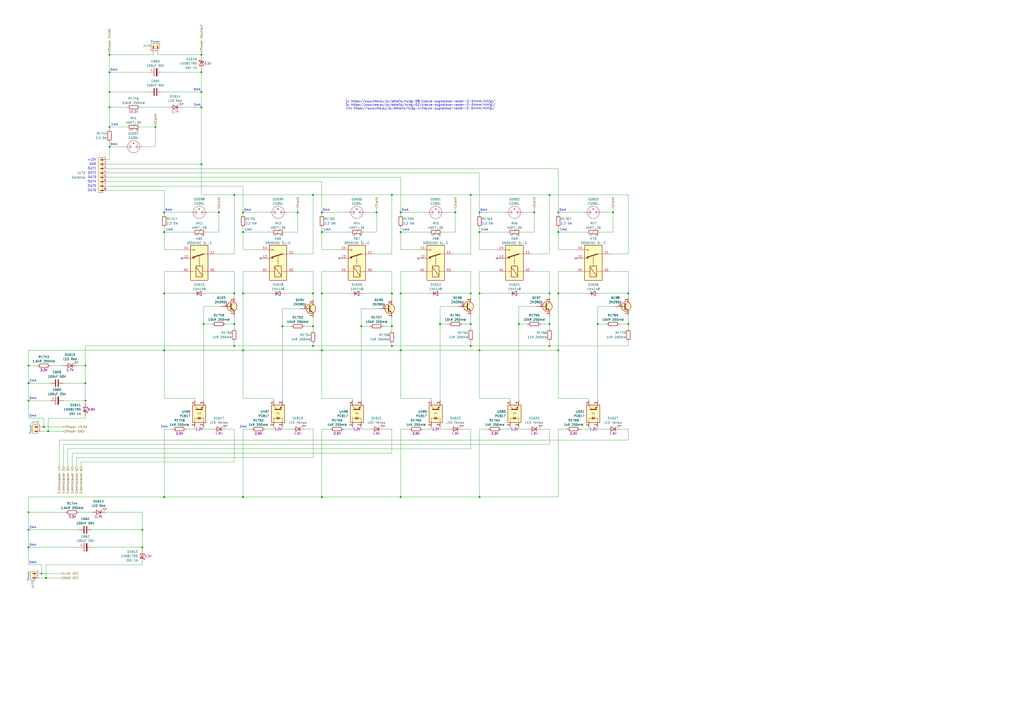
<source format=kicad_sch>
(kicad_sch (version 20231120) (generator "eeschema") (generator_version "8.0")
  (paper "A2")
  (junction (at 186.69 134.62))
  (junction (at 172.72 123.19))
  (junction (at 255.27 187.96))
  (junction (at 24.13 332.74))
  (junction (at 355.6 123.19))
  (junction (at 323.85 134.62))
  (junction (at 49.53 212.09))
  (junction (at 273.05 113.03))
  (junction (at 135.89 113.03))
  (junction (at 16.51 297.18))
  (junction (at 63.5 62.23))
  (junction (at 95.25 288.29))
  (junction (at 25.4 247.65))
  (junction (at 181.61 200.66))
  (junction (at 63.5 31.75))
  (junction (at 82.55 317.5))
  (junction (at 346.71 187.96))
  (junction (at 232.41 203.2))
  (junction (at 278.13 123.19))
  (junction (at 273.05 170.18))
  (junction (at 323.85 123.19))
  (junction (at 49.53 222.25))
  (junction (at 318.77 200.66))
  (junction (at 116.84 31.75))
  (junction (at 116.84 53.34))
  (junction (at 227.33 189.23))
  (junction (at 16.51 232.41))
  (junction (at 323.85 170.18))
  (junction (at 140.97 288.29))
  (junction (at 364.49 170.18))
  (junction (at 323.85 203.2))
  (junction (at 63.5 73.66))
  (junction (at 186.69 170.18))
  (junction (at 278.13 203.2))
  (junction (at 232.41 170.18))
  (junction (at 273.05 187.96))
  (junction (at 300.99 187.96))
  (junction (at 218.44 123.19))
  (junction (at 118.11 187.96))
  (junction (at 127 123.19))
  (junction (at 364.49 187.96))
  (junction (at 181.61 113.03))
  (junction (at 186.69 288.29))
  (junction (at 163.83 189.23))
  (junction (at 227.33 200.66))
  (junction (at 16.51 212.09))
  (junction (at 318.77 113.03))
  (junction (at 186.69 203.2))
  (junction (at 95.25 134.62))
  (junction (at 49.53 232.41))
  (junction (at 90.17 73.66))
  (junction (at 232.41 134.62))
  (junction (at 63.5 41.91))
  (junction (at 95.25 123.19))
  (junction (at 135.89 200.66))
  (junction (at 318.77 170.18))
  (junction (at 264.16 123.19))
  (junction (at 181.61 170.18))
  (junction (at 16.51 317.5))
  (junction (at 186.69 123.19))
  (junction (at 209.55 189.23))
  (junction (at 309.88 123.19))
  (junction (at 135.89 170.18))
  (junction (at 140.97 203.2))
  (junction (at 116.84 41.91))
  (junction (at 135.89 187.96))
  (junction (at 63.5 53.34))
  (junction (at 16.51 222.25))
  (junction (at 95.25 170.18))
  (junction (at 27.94 250.19))
  (junction (at 278.13 288.29))
  (junction (at 232.41 123.19))
  (junction (at 82.55 307.34))
  (junction (at 116.84 95.25))
  (junction (at 278.13 170.18))
  (junction (at 140.97 134.62))
  (junction (at 318.77 187.96))
  (junction (at 95.25 203.2))
  (junction (at 140.97 170.18))
  (junction (at 278.13 134.62))
  (junction (at 140.97 123.19))
  (junction (at 16.51 307.34))
  (junction (at 232.41 288.29))
  (junction (at 26.67 335.28))
  (junction (at 63.5 85.09))
  (junction (at 116.84 62.23))
  (junction (at 227.33 113.03))
  (junction (at 227.33 170.18))
  (junction (at 273.05 200.66))
  (junction (at 181.61 189.23))
  (no_connect (at 288.29 149.86))
  (no_connect (at 151.13 149.86))
  (no_connect (at 242.57 149.86))
  (no_connect (at 105.41 149.86))
  (no_connect (at 196.85 149.86))
  (no_connect (at 334.01 149.86))
  (wire (pts (xy 62.23 102.87) (xy 232.41 102.87)))
  (wire (pts (xy 323.85 170.18) (xy 340.36 170.18)))
  (wire (pts (xy 86.36 41.91) (xy 63.5 41.91)))
  (wire (pts (xy 22.86 332.74) (xy 24.13 332.74)))
  (wire (pts (xy 130.81 187.96) (xy 135.89 187.96)))
  (wire (pts (xy 95.25 170.18) (xy 111.76 170.18)))
  (wire (pts (xy 300.99 177.8) (xy 300.99 187.96)))
  (wire (pts (xy 135.89 113.03) (xy 135.89 147.32)))
  (wire (pts (xy 95.25 110.49) (xy 95.25 123.19)))
  (wire (pts (xy 24.13 327.66) (xy 24.13 332.74)))
  (wire (pts (xy 245.11 248.92) (xy 250.19 248.92)))
  (wire (pts (xy 232.41 248.92) (xy 237.49 248.92)))
  (wire (pts (xy 204.47 231.14) (xy 204.47 232.41)))
  (wire (pts (xy 16.51 317.5) (xy 16.51 327.66)))
  (wire (pts (xy 140.97 170.18) (xy 140.97 203.2)))
  (wire (pts (xy 116.84 41.91) (xy 116.84 53.34)))
  (wire (pts (xy 318.77 200.66) (xy 364.49 200.66)))
  (wire (pts (xy 255.27 187.96) (xy 255.27 232.41)))
  (wire (pts (xy 41.91 262.89) (xy 41.91 270.51)))
  (wire (pts (xy 163.83 248.92) (xy 168.91 248.92)))
  (wire (pts (xy 81.28 73.66) (xy 90.17 73.66)))
  (wire (pts (xy 118.11 187.96) (xy 118.11 232.41)))
  (wire (pts (xy 140.97 288.29) (xy 186.69 288.29)))
  (wire (pts (xy 232.41 231.14) (xy 232.41 203.2)))
  (wire (pts (xy 210.82 134.62) (xy 218.44 134.62)))
  (wire (pts (xy 364.49 157.48) (xy 364.49 170.18)))
  (wire (pts (xy 26.67 327.66) (xy 82.55 327.66)))
  (wire (pts (xy 273.05 170.18) (xy 273.05 172.72)))
  (wire (pts (xy 232.41 170.18) (xy 248.92 170.18)))
  (wire (pts (xy 209.55 179.07) (xy 219.71 179.07)))
  (wire (pts (xy 88.9 31.75) (xy 88.9 30.48)))
  (wire (pts (xy 209.55 248.92) (xy 209.55 247.65)))
  (wire (pts (xy 163.83 248.92) (xy 163.83 247.65)))
  (wire (pts (xy 181.61 184.15) (xy 181.61 189.23)))
  (wire (pts (xy 118.11 177.8) (xy 128.27 177.8)))
  (wire (pts (xy 227.33 189.23) (xy 227.33 191.77)))
  (wire (pts (xy 250.19 231.14) (xy 250.19 232.41)))
  (wire (pts (xy 36.83 257.81) (xy 36.83 270.51)))
  (wire (pts (xy 318.77 172.72) (xy 318.77 170.18)))
  (wire (pts (xy 118.11 177.8) (xy 118.11 187.96)))
  (wire (pts (xy 186.69 231.14) (xy 186.69 203.2)))
  (wire (pts (xy 16.51 297.18) (xy 16.51 307.34)))
  (wire (pts (xy 53.34 307.34) (xy 82.55 307.34)))
  (wire (pts (xy 359.41 248.92) (xy 364.49 248.92)))
  (wire (pts (xy 364.49 182.88) (xy 364.49 187.96)))
  (wire (pts (xy 140.97 132.08) (xy 140.97 134.62)))
  (wire (pts (xy 186.69 134.62) (xy 203.2 134.62)))
  (wire (pts (xy 163.83 189.23) (xy 168.91 189.23)))
  (wire (pts (xy 323.85 157.48) (xy 323.85 170.18)))
  (wire (pts (xy 323.85 97.79) (xy 323.85 123.19)))
  (wire (pts (xy 163.83 179.07) (xy 163.83 189.23)))
  (wire (pts (xy 264.16 120.65) (xy 264.16 123.19)))
  (wire (pts (xy 116.84 40.64) (xy 116.84 41.91)))
  (wire (pts (xy 255.27 248.92) (xy 255.27 247.65)))
  (wire (pts (xy 118.11 248.92) (xy 123.19 248.92)))
  (wire (pts (xy 95.25 132.08) (xy 95.25 134.62)))
  (wire (pts (xy 116.84 31.75) (xy 116.84 33.02)))
  (wire (pts (xy 278.13 288.29) (xy 323.85 288.29)))
  (wire (pts (xy 181.61 189.23) (xy 181.61 191.77)))
  (wire (pts (xy 36.83 257.81) (xy 318.77 257.81)))
  (wire (pts (xy 347.98 134.62) (xy 355.6 134.62)))
  (wire (pts (xy 116.84 41.91) (xy 93.98 41.91)))
  (wire (pts (xy 49.53 212.09) (xy 49.53 222.25)))
  (wire (pts (xy 163.83 189.23) (xy 163.83 232.41)))
  (wire (pts (xy 62.23 110.49) (xy 95.25 110.49)))
  (wire (pts (xy 135.89 157.48) (xy 135.89 170.18)))
  (wire (pts (xy 295.91 247.65) (xy 295.91 248.92)))
  (wire (pts (xy 227.33 113.03) (xy 227.33 147.32)))
  (wire (pts (xy 227.33 157.48) (xy 227.33 170.18)))
  (wire (pts (xy 86.36 53.34) (xy 63.5 53.34)))
  (wire (pts (xy 318.77 248.92) (xy 318.77 257.81)))
  (wire (pts (xy 347.98 170.18) (xy 364.49 170.18)))
  (wire (pts (xy 273.05 182.88) (xy 273.05 187.96)))
  (wire (pts (xy 135.89 182.88) (xy 135.89 187.96)))
  (wire (pts (xy 232.41 123.19) (xy 247.65 123.19)))
  (wire (pts (xy 278.13 248.92) (xy 283.21 248.92)))
  (wire (pts (xy 346.71 177.8) (xy 346.71 187.96)))
  (wire (pts (xy 262.89 157.48) (xy 273.05 157.48)))
  (wire (pts (xy 264.16 123.19) (xy 264.16 134.62)))
  (wire (pts (xy 227.33 248.92) (xy 227.33 262.89)))
  (wire (pts (xy 323.85 132.08) (xy 323.85 134.62)))
  (wire (pts (xy 232.41 157.48) (xy 242.57 157.48)))
  (wire (pts (xy 318.77 157.48) (xy 318.77 170.18)))
  (wire (pts (xy 273.05 187.96) (xy 273.05 190.5)))
  (wire (pts (xy 171.45 147.32) (xy 181.61 147.32)))
  (wire (pts (xy 118.11 187.96) (xy 123.19 187.96)))
  (wire (pts (xy 16.51 212.09) (xy 16.51 203.2)))
  (wire (pts (xy 46.99 270.51) (xy 46.99 267.97)))
  (wire (pts (xy 140.97 157.48) (xy 140.97 170.18)))
  (wire (pts (xy 227.33 170.18) (xy 227.33 173.99)))
  (wire (pts (xy 222.25 248.92) (xy 227.33 248.92)))
  (wire (pts (xy 119.38 170.18) (xy 135.89 170.18)))
  (wire (pts (xy 341.63 231.14) (xy 341.63 232.41)))
  (wire (pts (xy 95.25 134.62) (xy 95.25 144.78)))
  (wire (pts (xy 256.54 134.62) (xy 264.16 134.62)))
  (wire (pts (xy 16.51 203.2) (xy 95.25 203.2)))
  (wire (pts (xy 135.89 198.12) (xy 135.89 200.66)))
  (wire (pts (xy 63.5 73.66) (xy 73.66 73.66)))
  (wire (pts (xy 308.61 147.32) (xy 318.77 147.32)))
  (wire (pts (xy 318.77 187.96) (xy 318.77 190.5)))
  (wire (pts (xy 158.75 247.65) (xy 158.75 248.92)))
  (wire (pts (xy 113.03 231.14) (xy 113.03 232.41)))
  (wire (pts (xy 82.55 85.09) (xy 90.17 85.09)))
  (wire (pts (xy 116.84 53.34) (xy 93.98 53.34)))
  (wire (pts (xy 232.41 248.92) (xy 232.41 288.29)))
  (wire (pts (xy 262.89 147.32) (xy 273.05 147.32)))
  (wire (pts (xy 278.13 248.92) (xy 278.13 288.29)))
  (wire (pts (xy 135.89 170.18) (xy 135.89 172.72)))
  (wire (pts (xy 82.55 307.34) (xy 82.55 317.5)))
  (wire (pts (xy 95.25 248.92) (xy 100.33 248.92)))
  (wire (pts (xy 209.55 248.92) (xy 214.63 248.92)))
  (wire (pts (xy 119.38 134.62) (xy 127 134.62)))
  (wire (pts (xy 300.99 187.96) (xy 306.07 187.96)))
  (wire (pts (xy 62.23 100.33) (xy 278.13 100.33)))
  (wire (pts (xy 255.27 187.96) (xy 260.35 187.96)))
  (wire (pts (xy 25.4 242.57) (xy 25.4 247.65)))
  (wire (pts (xy 95.25 203.2) (xy 140.97 203.2)))
  (wire (pts (xy 300.99 187.96) (xy 300.99 232.41)))
  (wire (pts (xy 88.9 31.75) (xy 63.5 31.75)))
  (wire (pts (xy 53.34 317.5) (xy 82.55 317.5)))
  (wire (pts (xy 130.81 248.92) (xy 135.89 248.92)))
  (wire (pts (xy 151.13 144.78) (xy 140.97 144.78)))
  (wire (pts (xy 16.51 288.29) (xy 16.51 297.18)))
  (wire (pts (xy 295.91 231.14) (xy 295.91 232.41)))
  (wire (pts (xy 318.77 113.03) (xy 364.49 113.03)))
  (wire (pts (xy 313.69 248.92) (xy 318.77 248.92)))
  (wire (pts (xy 323.85 123.19) (xy 339.09 123.19)))
  (wire (pts (xy 227.33 184.15) (xy 227.33 189.23)))
  (wire (pts (xy 140.97 123.19) (xy 156.21 123.19)))
  (wire (pts (xy 359.41 187.96) (xy 364.49 187.96)))
  (wire (pts (xy 181.61 113.03) (xy 181.61 147.32)))
  (wire (pts (xy 63.5 30.48) (xy 63.5 31.75)))
  (wire (pts (xy 278.13 170.18) (xy 294.64 170.18)))
  (wire (pts (xy 62.23 97.79) (xy 323.85 97.79)))
  (wire (pts (xy 323.85 134.62) (xy 323.85 144.78)))
  (wire (pts (xy 90.17 73.66) (xy 90.17 85.09)))
  (wire (pts (xy 278.13 123.19) (xy 293.37 123.19)))
  (wire (pts (xy 186.69 248.92) (xy 191.77 248.92)))
  (wire (pts (xy 218.44 120.65) (xy 218.44 123.19)))
  (wire (pts (xy 227.33 199.39) (xy 227.33 200.66)))
  (wire (pts (xy 95.25 134.62) (xy 111.76 134.62)))
  (wire (pts (xy 95.25 157.48) (xy 95.25 170.18)))
  (wire (pts (xy 113.03 247.65) (xy 113.03 248.92)))
  (wire (pts (xy 196.85 144.78) (xy 186.69 144.78)))
  (wire (pts (xy 232.41 124.46) (xy 232.41 123.19)))
  (wire (pts (xy 232.41 134.62) (xy 248.92 134.62)))
  (wire (pts (xy 232.41 170.18) (xy 232.41 203.2)))
  (wire (pts (xy 267.97 187.96) (xy 273.05 187.96)))
  (wire (pts (xy 364.49 170.18) (xy 364.49 172.72)))
  (wire (pts (xy 204.47 247.65) (xy 204.47 248.92)))
  (wire (pts (xy 273.05 157.48) (xy 273.05 170.18)))
  (wire (pts (xy 49.53 200.66) (xy 49.53 212.09)))
  (wire (pts (xy 186.69 134.62) (xy 186.69 144.78)))
  (wire (pts (xy 334.01 144.78) (xy 323.85 144.78)))
  (wire (pts (xy 346.71 248.92) (xy 351.79 248.92)))
  (wire (pts (xy 127 120.65) (xy 127 123.19)))
  (wire (pts (xy 323.85 157.48) (xy 334.01 157.48)))
  (wire (pts (xy 186.69 123.19) (xy 201.93 123.19)))
  (wire (pts (xy 212.09 123.19) (xy 218.44 123.19)))
  (wire (pts (xy 82.55 327.66) (xy 82.55 326.39)))
  (wire (pts (xy 278.13 100.33) (xy 278.13 123.19)))
  (wire (pts (xy 232.41 203.2) (xy 278.13 203.2)))
  (wire (pts (xy 181.61 200.66) (xy 227.33 200.66)))
  (wire (pts (xy 27.94 242.57) (xy 27.94 250.19)))
  (wire (pts (xy 255.27 177.8) (xy 255.27 187.96)))
  (wire (pts (xy 217.17 157.48) (xy 227.33 157.48)))
  (wire (pts (xy 257.81 123.19) (xy 264.16 123.19)))
  (wire (pts (xy 323.85 248.92) (xy 328.93 248.92)))
  (wire (pts (xy 346.71 177.8) (xy 356.87 177.8)))
  (wire (pts (xy 303.53 123.19) (xy 309.88 123.19)))
  (wire (pts (xy 63.5 31.75) (xy 63.5 41.91)))
  (wire (pts (xy 63.5 41.91) (xy 63.5 53.34)))
  (wire (pts (xy 232.41 132.08) (xy 232.41 134.62)))
  (wire (pts (xy 354.33 147.32) (xy 364.49 147.32)))
  (wire (pts (xy 135.89 248.92) (xy 135.89 267.97)))
  (wire (pts (xy 300.99 248.92) (xy 306.07 248.92)))
  (wire (pts (xy 186.69 231.14) (xy 204.47 231.14)))
  (wire (pts (xy 181.61 248.92) (xy 181.61 265.43)))
  (wire (pts (xy 105.41 144.78) (xy 95.25 144.78)))
  (wire (pts (xy 140.97 134.62) (xy 157.48 134.62)))
  (wire (pts (xy 24.13 332.74) (xy 35.56 332.74)))
  (wire (pts (xy 181.61 199.39) (xy 181.61 200.66)))
  (wire (pts (xy 73.66 62.23) (xy 63.5 62.23)))
  (wire (pts (xy 116.84 31.75) (xy 91.44 31.75)))
  (wire (pts (xy 232.41 102.87) (xy 232.41 123.19)))
  (wire (pts (xy 318.77 198.12) (xy 318.77 200.66)))
  (wire (pts (xy 153.67 248.92) (xy 158.75 248.92)))
  (wire (pts (xy 16.51 222.25) (xy 29.21 222.25)))
  (wire (pts (xy 346.71 248.92) (xy 346.71 247.65)))
  (wire (pts (xy 120.65 123.19) (xy 127 123.19)))
  (wire (pts (xy 27.94 242.57) (xy 49.53 242.57)))
  (wire (pts (xy 63.5 85.09) (xy 63.5 92.71)))
  (wire (pts (xy 90.17 72.39) (xy 90.17 73.66)))
  (wire (pts (xy 165.1 170.18) (xy 181.61 170.18)))
  (wire (pts (xy 95.25 123.19) (xy 110.49 123.19)))
  (wire (pts (xy 172.72 120.65) (xy 172.72 123.19)))
  (wire (pts (xy 227.33 200.66) (xy 273.05 200.66)))
  (wire (pts (xy 16.51 232.41) (xy 29.21 232.41)))
  (wire (pts (xy 242.57 144.78) (xy 232.41 144.78)))
  (wire (pts (xy 34.29 255.27) (xy 34.29 270.51)))
  (wire (pts (xy 63.5 85.09) (xy 72.39 85.09)))
  (wire (pts (xy 318.77 113.03) (xy 318.77 147.32)))
  (wire (pts (xy 26.67 327.66) (xy 26.67 335.28)))
  (wire (pts (xy 186.69 105.41) (xy 186.69 123.19)))
  (wire (pts (xy 82.55 297.18) (xy 82.55 307.34)))
  (wire (pts (xy 227.33 113.03) (xy 273.05 113.03)))
  (wire (pts (xy 46.99 267.97) (xy 135.89 267.97)))
  (wire (pts (xy 16.51 307.34) (xy 16.51 317.5)))
  (wire (pts (xy 95.25 124.46) (xy 95.25 123.19)))
  (wire (pts (xy 176.53 189.23) (xy 181.61 189.23)))
  (wire (pts (xy 62.23 95.25) (xy 116.84 95.25)))
  (wire (pts (xy 186.69 203.2) (xy 232.41 203.2)))
  (wire (pts (xy 199.39 248.92) (xy 204.47 248.92)))
  (wire (pts (xy 232.41 231.14) (xy 250.19 231.14)))
  (wire (pts (xy 300.99 248.92) (xy 300.99 247.65)))
  (wire (pts (xy 278.13 132.08) (xy 278.13 134.62)))
  (wire (pts (xy 165.1 134.62) (xy 172.72 134.62)))
  (wire (pts (xy 116.84 30.48) (xy 116.84 31.75)))
  (wire (pts (xy 91.44 31.75) (xy 91.44 30.48)))
  (wire (pts (xy 278.13 134.62) (xy 294.64 134.62)))
  (wire (pts (xy 62.23 105.41) (xy 186.69 105.41)))
  (wire (pts (xy 26.67 335.28) (xy 35.56 335.28)))
  (wire (pts (xy 24.13 247.65) (xy 25.4 247.65)))
  (wire (pts (xy 186.69 157.48) (xy 186.69 170.18)))
  (wire (pts (xy 355.6 123.19) (xy 355.6 134.62)))
  (wire (pts (xy 163.83 179.07) (xy 173.99 179.07)))
  (wire (pts (xy 256.54 170.18) (xy 273.05 170.18)))
  (wire (pts (xy 49.53 212.09) (xy 44.45 212.09)))
  (wire (pts (xy 140.97 170.18) (xy 157.48 170.18)))
  (wire (pts (xy 364.49 187.96) (xy 364.49 190.5)))
  (wire (pts (xy 39.37 270.51) (xy 39.37 260.35)))
  (wire (pts (xy 209.55 189.23) (xy 214.63 189.23)))
  (wire (pts (xy 63.5 62.23) (xy 63.5 53.34)))
  (wire (pts (xy 16.51 327.66) (xy 24.13 327.66)))
  (wire (pts (xy 63.5 92.71) (xy 62.23 92.71)))
  (wire (pts (xy 116.84 53.34) (xy 116.84 62.23)))
  (wire (pts (xy 95.25 248.92) (xy 95.25 288.29)))
  (wire (pts (xy 176.53 248.92) (xy 181.61 248.92)))
  (wire (pts (xy 300.99 177.8) (xy 311.15 177.8)))
  (wire (pts (xy 63.5 62.23) (xy 63.5 73.66)))
  (wire (pts (xy 323.85 170.18) (xy 323.85 203.2)))
  (wire (pts (xy 267.97 248.92) (xy 273.05 248.92)))
  (wire (pts (xy 140.97 107.95) (xy 140.97 123.19)))
  (wire (pts (xy 323.85 134.62) (xy 340.36 134.62)))
  (wire (pts (xy 29.21 212.09) (xy 36.83 212.09)))
  (wire (pts (xy 25.4 247.65) (xy 36.83 247.65)))
  (wire (pts (xy 308.61 157.48) (xy 318.77 157.48)))
  (wire (pts (xy 140.97 134.62) (xy 140.97 144.78)))
  (wire (pts (xy 336.55 248.92) (xy 341.63 248.92)))
  (wire (pts (xy 107.95 248.92) (xy 113.03 248.92)))
  (wire (pts (xy 116.84 62.23) (xy 105.41 62.23)))
  (wire (pts (xy 273.05 113.03) (xy 273.05 147.32)))
  (wire (pts (xy 16.51 242.57) (xy 25.4 242.57)))
  (wire (pts (xy 44.45 265.43) (xy 44.45 270.51)))
  (wire (pts (xy 135.89 200.66) (xy 181.61 200.66)))
  (wire (pts (xy 323.85 248.92) (xy 323.85 288.29)))
  (wire (pts (xy 82.55 318.77) (xy 82.55 317.5)))
  (wire (pts (xy 95.25 288.29) (xy 140.97 288.29)))
  (wire (pts (xy 355.6 120.65) (xy 355.6 123.19)))
  (wire (pts (xy 323.85 231.14) (xy 323.85 203.2)))
  (wire (pts (xy 273.05 260.35) (xy 273.05 248.92)))
  (wire (pts (xy 41.91 262.89) (xy 227.33 262.89)))
  (wire (pts (xy 140.97 231.14) (xy 140.97 203.2)))
  (wire (pts (xy 186.69 157.48) (xy 196.85 157.48)))
  (wire (pts (xy 273.05 198.12) (xy 273.05 200.66)))
  (wire (pts (xy 140.97 231.14) (xy 158.75 231.14)))
  (wire (pts (xy 166.37 123.19) (xy 172.72 123.19)))
  (wire (pts (xy 22.86 335.28) (xy 26.67 335.28)))
  (wire (pts (xy 309.88 123.19) (xy 309.88 134.62)))
  (wire (pts (xy 313.69 187.96) (xy 318.77 187.96)))
  (wire (pts (xy 278.13 203.2) (xy 323.85 203.2)))
  (wire (pts (xy 140.97 124.46) (xy 140.97 123.19)))
  (wire (pts (xy 118.11 248.92) (xy 118.11 247.65)))
  (wire (pts (xy 140.97 203.2) (xy 186.69 203.2)))
  (wire (pts (xy 273.05 200.66) (xy 318.77 200.66)))
  (wire (pts (xy 49.53 233.68) (xy 49.53 232.41)))
  (wire (pts (xy 116.84 95.25) (xy 116.84 113.03)))
  (wire (pts (xy 364.49 248.92) (xy 364.49 255.27)))
  (wire (pts (xy 45.72 297.18) (xy 53.34 297.18)))
  (wire (pts (xy 63.5 82.55) (xy 63.5 85.09)))
  (wire (pts (xy 171.45 157.48) (xy 181.61 157.48)))
  (wire (pts (xy 44.45 265.43) (xy 181.61 265.43)))
  (wire (pts (xy 302.26 134.62) (xy 309.88 134.62)))
  (wire (pts (xy 250.19 247.65) (xy 250.19 248.92)))
  (wire (pts (xy 62.23 107.95) (xy 140.97 107.95)))
  (wire (pts (xy 63.5 74.93) (xy 63.5 73.66)))
  (wire (pts (xy 140.97 157.48) (xy 151.13 157.48)))
  (wire (pts (xy 158.75 231.14) (xy 158.75 232.41)))
  (wire (pts (xy 186.69 248.92) (xy 186.69 288.29)))
  (wire (pts (xy 209.55 179.07) (xy 209.55 189.23)))
  (wire (pts (xy 16.51 222.25) (xy 16.51 232.41)))
  (wire (pts (xy 16.51 297.18) (xy 38.1 297.18)))
  (wire (pts (xy 95.25 231.14) (xy 95.25 203.2)))
  (wire (pts (xy 181.61 170.18) (xy 181.61 173.99)))
  (wire (pts (xy 278.13 157.48) (xy 288.29 157.48)))
  (wire (pts (xy 186.69 124.46) (xy 186.69 123.19)))
  (wire (pts (xy 278.13 231.14) (xy 295.91 231.14)))
  (wire (pts (xy 16.51 212.09) (xy 21.59 212.09)))
  (wire (pts (xy 278.13 170.18) (xy 278.13 203.2)))
  (wire (pts (xy 27.94 250.19) (xy 36.83 250.19)))
  (wire (pts (xy 24.13 250.19) (xy 27.94 250.19)))
  (wire (pts (xy 36.83 222.25) (xy 49.53 222.25)))
  (wire (pts (xy 255.27 177.8) (xy 265.43 177.8)))
  (wire (pts (xy 364.49 198.12) (xy 364.49 200.66)))
  (wire (pts (xy 16.51 317.5) (xy 45.72 317.5)))
  (wire (pts (xy 210.82 170.18) (xy 227.33 170.18)))
  (wire (pts (xy 16.51 212.09) (xy 16.51 222.25)))
  (wire (pts (xy 278.13 134.62) (xy 278.13 144.78)))
  (wire (pts (xy 232.41 288.29) (xy 278.13 288.29)))
  (wire (pts (xy 341.63 247.65) (xy 341.63 248.92)))
  (wire (pts (xy 140.97 248.92) (xy 146.05 248.92)))
  (wire (pts (xy 16.51 288.29) (xy 95.25 288.29)))
  (wire (pts (xy 16.51 307.34) (xy 45.72 307.34)))
  (wire (pts (xy 318.77 182.88) (xy 318.77 187.96)))
  (wire (pts (xy 209.55 189.23) (xy 209.55 232.41)))
  (wire (pts (xy 302.26 170.18) (xy 318.77 170.18)))
  (wire (pts (xy 232.41 134.62) (xy 232.41 144.78)))
  (wire (pts (xy 95.25 170.18) (xy 95.25 203.2)))
  (wire (pts (xy 116.84 62.23) (xy 116.84 95.25)))
  (wire (pts (xy 290.83 248.92) (xy 295.91 248.92)))
  (wire (pts (xy 49.53 200.66) (xy 135.89 200.66)))
  (wire (pts (xy 217.17 147.32) (xy 227.33 147.32)))
  (wire (pts (xy 49.53 222.25) (xy 49.53 232.41)))
  (wire (pts (xy 354.33 157.48) (xy 364.49 157.48)))
  (wire (pts (xy 323.85 124.46) (xy 323.85 123.19)))
  (wire (pts (xy 232.41 157.48) (xy 232.41 170.18)))
  (wire (pts (xy 186.69 170.18) (xy 203.2 170.18)))
  (wire (pts (xy 346.71 187.96) (xy 351.79 187.96)))
  (wire (pts (xy 34.29 255.27) (xy 364.49 255.27)))
  (wire (pts (xy 125.73 157.48) (xy 135.89 157.48)))
  (wire (pts (xy 135.89 187.96) (xy 135.89 190.5)))
  (wire (pts (xy 181.61 157.48) (xy 181.61 170.18)))
  (wire (pts (xy 125.73 147.32) (xy 135.89 147.32)))
  (wire (pts (xy 16.51 232.41) (xy 16.51 242.57)))
  (wire (pts (xy 181.61 113.03) (xy 227.33 113.03)))
  (wire (pts (xy 97.79 62.23) (xy 81.28 62.23)))
  (wire (pts (xy 278.13 124.46) (xy 278.13 123.19)))
  (wire (pts (xy 95.25 231.14) (xy 113.03 231.14)))
  (wire (pts (xy 186.69 288.29) (xy 232.41 288.29)))
  (wire (pts (xy 349.25 123.19) (xy 355.6 123.19)))
  (wire (pts (xy 255.27 248.92) (xy 260.35 248.92)))
  (wire (pts (xy 39.37 260.35) (xy 273.05 260.35)))
  (wire (pts (xy 323.85 231.14) (xy 341.63 231.14)))
  (wire (pts (xy 135.89 113.03) (xy 181.61 113.03)))
  (wire (pts (xy 309.88 120.65) (xy 309.88 123.19)))
  (wire (pts (xy 186.69 170.18) (xy 186.69 203.2)))
  (wire (pts (xy 186.69 132.08) (xy 186.69 134.62)))
  (wire (pts (xy 364.49 113.03) (xy 364.49 147.32)))
  (wire (pts (xy 222.25 189.23) (xy 227.33 189.23)))
  (wire (pts (xy 288.29 144.78) (xy 278.13 144.78)))
  (wire (pts (xy 278.13 157.48) (xy 278.13 170.18)))
  (wire (pts (xy 346.71 187.96) (xy 346.71 232.41)))
  (wire (pts (xy 273.05 113.03) (xy 318.77 113.03)))
  (wire (pts (xy 172.72 123.19) (xy 172.72 134.62)))
  (wire (pts (xy 36.83 232.41) (xy 49.53 232.41)))
  (wire (pts (xy 49.53 242.57) (xy 49.53 241.3)))
  (wire (pts (xy 116.84 113.03) (xy 135.89 113.03)))
  (wire (pts (xy 278.13 231.14) (xy 278.13 203.2)))
  (wire (pts (xy 140.97 248.92) (xy 140.97 288.29)))
  (wire (pts (xy 218.44 123.19) (xy 218.44 134.62)))
  (wire (pts (xy 127 123.19) (xy 127 134.62)))
  (wire (pts (xy 95.25 157.48) (xy 105.41 157.48)))
  (wire (pts (xy 60.96 297.18) (xy 82.55 297.18)))
  (text "0mA" (at 234.95 121.92 0) (effects (font (size 1.27 1.27))))
  (text "1mA" (at 100.33 133.35 0) (effects (font (size 1.27 1.27)) (justify right)))
  (text "0mA" (at 326.39 121.92 0) (effects (font (size 1.27 1.27))))
  (text "GND" (at 55.88 95.25 0) (effects (font (size 1.27 1.27)) (justify right)))
  (text "OUT5" (at 55.88 107.95 0) (effects (font (size 1.27 1.27)) (justify right)))
  (text "+12V" (at 55.88 92.71 0) (effects (font (size 1.27 1.27)) (justify right)))
  (text "0mA" (at 189.23 121.92 0) (effects (font (size 1.27 1.27))))
  (text "0mA" (at 19.05 316.23 0) (effects (font (size 1.27 1.27))))
  (text "2mA" (at 140.97 247.65 0) (effects (font (size 1.27 1.27))))
  (text "2mA" (at 19.05 220.98 0) (effects (font (size 1.27 1.27))))
  (text "0mA" (at 114.3 52.07 0) (effects (font (size 1.27 1.27))))
  (text "1mA" (at 283.21 133.35 0) (effects (font (size 1.27 1.27)) (justify right)))
  (text "2mA" (at 114.3 60.96 0) (effects (font (size 1.27 1.27))))
  (text "1mA" (at 237.49 133.35 0) (effects (font (size 1.27 1.27)) (justify right)))
  (text "0mA" (at 143.51 121.92 0) (effects (font (size 1.27 1.27))))
  (text "OUT3" (at 55.88 102.87 0) (effects (font (size 1.27 1.27)) (justify right)))
  (text "1mA" (at 328.93 133.35 0) (effects (font (size 1.27 1.27)) (justify right)))
  (text "OUT6" (at 55.88 110.49 0) (effects (font (size 1.27 1.27)) (justify right)))
  (text "0mA" (at 19.05 326.39 0) (effects (font (size 1.27 1.27))))
  (text "1mA" (at 68.58 72.39 0) (effects (font (size 1.27 1.27)) (justify right)))
  (text "OUT4" (at 55.88 105.41 0) (effects (font (size 1.27 1.27)) (justify right)))
  (text "1mA" (at 146.05 133.35 0) (effects (font (size 1.27 1.27)) (justify right)))
  (text "2mA" (at 95.25 247.65 0) (effects (font (size 1.27 1.27))))
  (text "1x https://www.tme.eu/pl/details/ncdg-08/zlacza-sygnalowe-raster-2-54mm/ninigi/\n3x https://www.tme.eu/pl/details/ncdg-02/zlacza-sygnalowe-raster-2-54mm/ninigi/\n14x https://www.tme.eu/pl/details/ncdg-t/zlacza-sygnalowe-raster-2-54mm/ninigi/\n" (at 243.84 60.96 0) (effects (font (size 1.27 1.27))))
  (text "0mA" (at 19.05 241.3 0) (effects (font (size 1.27 1.27))))
  (text "0mA" (at 19.05 231.14 0) (effects (font (size 1.27 1.27))))
  (text "0mA" (at 280.67 121.92 0) (effects (font (size 1.27 1.27))))
  (text "0mA" (at 97.79 121.92 0) (effects (font (size 1.27 1.27))))
  (text "OUT2" (at 55.88 100.33 0) (effects (font (size 1.27 1.27)) (justify right)))
  (text "0mA" (at 66.04 83.82 0) (effects (font (size 1.27 1.27))))
  (text "2mA" (at 19.05 306.07 0) (effects (font (size 1.27 1.27))))
  (text "0mA" (at 66.04 40.64 0) (effects (font (size 1.27 1.27))))
  (text "1mA" (at 191.77 133.35 0) (effects (font (size 1.27 1.27)) (justify right)))
  (text "OUT1" (at 55.88 97.79 0) (effects (font (size 1.27 1.27)) (justify right)))
  (hierarchical_label "Elektrozawór 2" (shape input) (at 36.83 270.51 270))
  (hierarchical_label "Earth" (shape input) (at 127 120.65 90))
  (hierarchical_label "Earth" (shape input) (at 309.88 120.65 90))
  (hierarchical_label "+5V VCC" (shape input) (at 35.56 332.74 0))
  (hierarchical_label "Earth" (shape input) (at 90.17 72.39 90))
  (hierarchical_label "Earth" (shape input) (at 172.72 120.65 90))
  (hierarchical_label "Power 24VAC" (shape input) (at 63.5 30.48 90))
  (hierarchical_label "Power Neutral2" (shape input) (at 116.84 30.48 90))
  (hierarchical_label "Elektrozawór 1" (shape input) (at 34.29 270.51 270))
  (hierarchical_label "Earth" (shape input) (at 264.16 120.65 90))
  (hierarchical_label "Power +5,5V" (shape input) (at 36.83 247.65 0))
  (hierarchical_label "Earth" (shape input) (at 218.44 120.65 90))
  (hierarchical_label "Elektrozawór 6" (shape input) (at 46.99 270.51 270))
  (hierarchical_label "Elektrozawór 4" (shape input) (at 41.91 270.51 270))
  (hierarchical_label "Earth" (shape input) (at 355.6 120.65 90))
  (hierarchical_label "Elektrozawór 3" (shape input) (at 39.37 270.51 270))
  (hierarchical_label "Power GND" (shape input) (at 36.83 250.19 0))
  (hierarchical_label "Elektrozawór 5" (shape input) (at 44.45 270.51 270))
  (hierarchical_label "GND VCC" (shape input) (at 35.56 335.28 0))
  (symbol (lib_id "Relay:RAYEX-L90S") (at 252.73 152.4 90) (unit 1) (on_board no)
    (property "Reference" "K68" (at 252.73 138.43 90))
    (property "Value" "SRD5VDC SL-C" (effects (hide yes)))
    (property "Footprint" "Relay_THT:Relay_SPDT_RAYEX-L90S" (effects (hide yes)))
    (property "Datasheet" "https://a3.sofastcdn.com/attachment/7jioKBjnRiiSrjrjknRiwS77gwbf3zmp/L90-SERIES.pdf" (effects (hide yes)))
    (property "Description" "Power relay, Without Common Terminal between coil terminals, SPDT, 30A" (effects (hide yes)))
    (property "Model" "SRD5VDC SL-C" (at 252.73 140.97 90))
  )
  (symbol (lib_id "Diode:1N4001") (at 161.29 170.18 0) (mirror x) (unit 1) (on_board no)
    (property "Reference" "D1618" (at 161.29 165.1 0))
    (property "Value" "1.1" (effects (hide yes)))
    (property "Footprint" "Diode_THT:D_DO-35_SOD27_P7.62mm_Horizontal" (effects (hide yes)))
    (property "Datasheet" "https://www.tme.eu/Document/c6f6445616a0da67965224a113dd79b5/1n4148.pdf" (effects (hide yes)))
    (property "Description" "1N4148" (at 161.29 167.64 0))
    (property "Model" "1N4148" (effects (hide yes)))
    (property "Sklep" "https://www.tme.eu/pl/details/1n4148-dio/diody-uniwersalne-tht/diotec-semiconductor/1n4148/" (effects (hide yes)))
  )
  (symbol (lib_id "Device:C_Polarized") (at 49.53 317.5 90) (mirror x) (unit 1) (on_board no)
    (property "Reference" "C662" (at 49.53 311.15 90))
    (property "Value" "100u" (effects (hide yes)))
    (property "Footprint" "Capacitor_THT:CP_Radial_D6.3mm_P2.50mm" (effects (hide yes)))
    (property "Datasheet" "https://www.tme.eu/Document/b444ee8e17ff8a581790e632c20227ec/ELITE-PF.pdf" (effects (hide yes)))
    (property "Description" "100uF 25V" (at 49.53 313.69 90))
    (property "Sklep" "https://www.tme.eu/pl/details/pf1e101mnn6311u/kondensatory-elektrolityczne-tht/elite/" (effects (hide yes)))
    (property "Model" " PF1E101MNN6311U" (effects (hide yes)))
  )
  (symbol (lib_id "Device:LED") (at 40.64 212.09 180) (unit 1) (on_board no)
    (property "Reference" "D1610" (at 40.64 205.74 0))
    (property "Value" "2,0" (effects (hide yes)))
    (property "Footprint" "LED_THT:LED_D3.0mm" (effects (hide yes)))
    (property "Datasheet" "https://www.alldatasheet.com/datasheet-pdf/pdf/572774/LITEON/LTL-4221NLC.html" (effects (hide yes)))
    (property "Description" "LED Red" (at 40.64 208.28 0))
    (property "Sklep" "https://www.tme.eu/pl/details/ltl-4221nlc/diody-led-tht-okragle/liteon/" (effects (hide yes)))
    (property "Vdrop" "1,7V" (at 40.64 214.63 0))
    (property "Model" "LTL-4221NLC" (effects (hide yes)))
  )
  (symbol (lib_id "Device:LED") (at 218.44 248.92 180) (unit 1) (on_board no)
    (property "Reference" "D1621" (at 218.44 242.57 0))
    (property "Value" "2" (effects (hide yes)))
    (property "Footprint" "LED_THT:LED_D5.0mm" (effects (hide yes)))
    (property "Datasheet" "https://html.alldatasheet.pl/html-pdf/1091833/LITEON/LTL2R3KYD-EM/782/3/LTL2R3KYD-EM.html" (effects (hide yes)))
    (property "Description" "LED Yellow" (at 218.44 245.11 0))
    (property "Sklep" "https://www.tme.eu/pl/details/ltl2r3kyd-em/diody-led-tht-okragle/liteon/" (effects (hide yes)))
    (property "Model" "LTL2R3KYD-EM" (effects (hide yes)))
    (property "Vdrop" "1,8V" (at 218.44 251.46 0))
  )
  (symbol (lib_id "Device:R") (at 218.44 189.23 90) (mirror x) (unit 1) (on_board no)
    (property "Reference" "R1757" (at 218.44 184.15 90))
    (property "Value" "10k" (effects (hide yes)))
    (property "Footprint" "Resistor_THT:R_Axial_DIN0204_L3.6mm_D1.6mm_P5.08mm_Horizontal" (effects (hide yes)))
    (property "Datasheet" "https://www.tme.eu/Document/3b68a2c15adddc45017f1757c33e8b45/cf_resistor.pdf" (effects (hide yes)))
    (property "Description" "10kR 250mW" (at 218.44 186.69 90))
    (property "Sklep" "https://www.tme.eu/pl/details/cf1_4ws-10k/rezystory-tht/sr-passives/" (effects (hide yes)))
    (property "Model" "CF1/4WS-10K" (effects (hide yes)))
  )
  (symbol (lib_id "PCM_SL_Pin_Headers:PINHD_1x8_Male") (at 58.42 101.6 0) (mirror y) (unit 1) (on_board no)
    (property "Reference" "J473" (at 49.53 100.33 0) (effects (justify left)))
    (property "Value" "Gardena PINHD_1x8_Male" (effects (hide yes)))
    (property "Footprint" "Connector_PinHeader_2.54mm:PinHeader_1x08_P2.54mm_Vertical" (effects (hide yes)))
    (property "Datasheet" "https://www.tme.eu/Document/f9d608b97b9d96b2a823a7d0da30e024/NCWD.pdf" (effects (hide yes)))
    (property "Description" "Gardena" (at 49.53 102.87 0) (effects (justify left)))
    (property "Model" "NCDW-08" (effects (hide yes)))
    (property "Sklep" "https://www.tme.eu/pl/details/ncdw-08/zlacza-sygnalowe-raster-2-54mm/ninigi/" (effects (hide yes)))
  )
  (symbol (lib_id "Device:Varistor") (at 252.73 134.62 90) (unit 1) (on_board no)
    (property "Reference" "RV5" (at 252.73 129.54 90))
    (property "Value" "30" (effects (hide yes)))
    (property "Footprint" "Varistor:RV_Disc_D9mm_W3.3mm_P5mm" (effects (hide yes)))
    (property "Datasheet" "https://www.tme.eu/Document/adba12f0f1f375b0f7d315df97a5cad8/SR_PASSIVES-%20VAR7%20series.pdf" (effects (hide yes)))
    (property "Description" "Voltage dependent resistor" (effects (hide yes)))
    (property "Model" "VAR7-30" (at 252.73 132.08 90))
    (property "Sklep" "https://www.tme.eu/pl/details/var7-30/warystory-tht/sr-passives/" (effects (hide yes)))
  )
  (symbol (lib_id "Device:R") (at 172.72 189.23 90) (mirror x) (unit 1) (on_board no)
    (property "Reference" "R1753" (at 172.72 184.15 90))
    (property "Value" "10k" (effects (hide yes)))
    (property "Footprint" "Resistor_THT:R_Axial_DIN0204_L3.6mm_D1.6mm_P5.08mm_Horizontal" (effects (hide yes)))
    (property "Datasheet" "https://www.tme.eu/Document/3b68a2c15adddc45017f1757c33e8b45/cf_resistor.pdf" (effects (hide yes)))
    (property "Description" "10kR 250mW" (at 172.72 186.69 90))
    (property "Sklep" "https://www.tme.eu/pl/details/cf1_4ws-10k/rezystory-tht/sr-passives/" (effects (hide yes)))
    (property "Model" "CF1/4WS-10K" (effects (hide yes)))
  )
  (symbol (lib_id "Relay:RAYEX-L90S") (at 207.01 152.4 90) (unit 1) (on_board no)
    (property "Reference" "K67" (at 207.01 138.43 90))
    (property "Value" "SRD5VDC SL-C" (effects (hide yes)))
    (property "Footprint" "Relay_THT:Relay_SPDT_RAYEX-L90S" (effects (hide yes)))
    (property "Datasheet" "https://a3.sofastcdn.com/attachment/7jioKBjnRiiSrjrjknRiwS77gwbf3zmp/L90-SERIES.pdf" (effects (hide yes)))
    (property "Description" "Power relay, Without Common Terminal between coil terminals, SPDT, 30A" (effects (hide yes)))
    (property "Model" "SRD5VDC SL-C" (at 207.01 140.97 90))
  )
  (symbol (lib_id "Device:R") (at 332.74 248.92 90) (unit 1) (on_board no)
    (property "Reference" "R1768" (at 332.74 243.84 90))
    (property "Value" "1k" (effects (hide yes)))
    (property "Footprint" "Resistor_THT:R_Axial_DIN0204_L3.6mm_D1.6mm_P5.08mm_Horizontal" (effects (hide yes)))
    (property "Datasheet" "https://www.tme.eu/Document/3b68a2c15adddc45017f1757c33e8b45/cf_resistor.pdf" (effects (hide yes)))
    (property "Description" "1kR 250mW" (at 332.74 246.38 90))
    (property "Vdrop" "2,0V" (at 332.74 251.46 90))
    (property "Sklep" "https://www.tme.eu/pl/details/cf1_4ws-1k/rezystory-tht/sr-passives/" (effects (hide yes)))
    (property "Model" "CF1/4WS-1K" (effects (hide yes)))
  )
  (symbol (lib_id "Device:R") (at 355.6 187.96 90) (mirror x) (unit 1) (on_board no)
    (property "Reference" "R1769" (at 355.6 182.88 90))
    (property "Value" "10k" (effects (hide yes)))
    (property "Footprint" "Resistor_THT:R_Axial_DIN0204_L3.6mm_D1.6mm_P5.08mm_Horizontal" (effects (hide yes)))
    (property "Datasheet" "https://www.tme.eu/Document/3b68a2c15adddc45017f1757c33e8b45/cf_resistor.pdf" (effects (hide yes)))
    (property "Description" "10kR 250mW" (at 355.6 185.42 90))
    (property "Sklep" "https://www.tme.eu/pl/details/cf1_4ws-10k/rezystory-tht/sr-passives/" (effects (hide yes)))
    (property "Model" "CF1/4WS-10K" (effects (hide yes)))
  )
  (symbol (lib_id "Device:Varistor") (at 77.47 73.66 90) (unit 1) (on_board no)
    (property "Reference" "RV1" (at 77.47 68.58 90))
    (property "Value" "30" (effects (hide yes)))
    (property "Footprint" "Varistor:RV_Disc_D9mm_W3.3mm_P5mm" (effects (hide yes)))
    (property "Datasheet" "https://www.tme.eu/Document/adba12f0f1f375b0f7d315df97a5cad8/SR_PASSIVES-%20VAR7%20series.pdf" (effects (hide yes)))
    (property "Description" "Voltage dependent resistor" (effects (hide yes)))
    (property "Model" "VAR7-30" (at 77.47 71.12 90))
    (property "Sklep" "https://www.tme.eu/pl/details/var7-30/warystory-tht/sr-passives/" (effects (hide yes)))
  )
  (symbol (lib_id "Device:Varistor") (at 115.57 134.62 90) (unit 1) (on_board no)
    (property "Reference" "RV2" (at 115.57 129.54 90))
    (property "Value" "30" (effects (hide yes)))
    (property "Footprint" "Varistor:RV_Disc_D9mm_W3.3mm_P5mm" (effects (hide yes)))
    (property "Datasheet" "https://www.tme.eu/Document/adba12f0f1f375b0f7d315df97a5cad8/SR_PASSIVES-%20VAR7%20series.pdf" (effects (hide yes)))
    (property "Description" "Voltage dependent resistor" (effects (hide yes)))
    (property "Model" "VAR7-30" (at 115.57 132.08 90))
    (property "Sklep" "https://www.tme.eu/pl/details/var7-30/warystory-tht/sr-passives/" (effects (hide yes)))
  )
  (symbol (lib_id "Diode:1N5817") (at 49.53 237.49 270) (mirror x) (unit 1) (on_board no)
    (property "Reference" "D1611" (at 46.99 234.95 90) (effects (justify right)))
    (property "Value" "0,5" (effects (hide yes)))
    (property "Footprint" "Diode_THT:D_DO-41_SOD81_P10.16mm_Horizontal" (effects (hide yes)))
    (property "Datasheet" "https://www.tme.eu/Document/0d1d02df040a1d261ec72bc7cea12a90/1N5817-R0.pdf" (effects (hide yes)))
    (property "Description" "20V 1A" (at 46.99 240.03 90) (effects (justify right)))
    (property "Model" "1N5817R0" (at 46.99 237.49 90) (effects (justify right)))
    (property "Sklep" "https://www.tme.eu/pl/details/1n5817-r0/diody-schottky-tht/taiwan-semiconductor/1n5817-r0/" (effects (hide yes)))
    (property "Vdrop" "0,5V" (at 50.8 237.49 90) (effects (justify left)))
  )
  (symbol (lib_id "Device:R") (at 77.47 62.23 90) (mirror x) (unit 1) (on_board no)
    (property "Reference" "R1746" (at 77.47 57.15 90))
    (property "Value" "5600" (effects (hide yes)))
    (property "Footprint" "Resistor_THT:R_Axial_DIN0204_L3.6mm_D1.6mm_P5.08mm_Horizontal" (effects (hide yes)))
    (property "Datasheet" "https://www.tme.eu/Document/3b68a2c15adddc45017f1757c33e8b45/cf_resistor.pdf" (effects (hide yes)))
    (property "Description" "5,6kR 250mW" (at 77.47 59.69 90))
    (property "Sklep" "https://www.tme.eu/pl/details/cf1_4ws-5k6/rezystory-tht/sr-passives/" (effects (hide yes)))
    (property "Vdrop" "10,3V" (at 77.47 64.77 90))
    (property "Model" "CF1/4WS-5K6" (effects (hide yes)))
  )
  (symbol (lib_id "Device:R") (at 195.58 248.92 90) (unit 1) (on_board no)
    (property "Reference" "R1756" (at 195.58 243.84 90))
    (property "Value" "1k" (effects (hide yes)))
    (property "Footprint" "Resistor_THT:R_Axial_DIN0204_L3.6mm_D1.6mm_P5.08mm_Horizontal" (effects (hide yes)))
    (property "Datasheet" "https://www.tme.eu/Document/3b68a2c15adddc45017f1757c33e8b45/cf_resistor.pdf" (effects (hide yes)))
    (property "Description" "1kR 250mW" (at 195.58 246.38 90))
    (property "Vdrop" "2,0V" (at 195.58 251.46 90))
    (property "Sklep" "https://www.tme.eu/pl/details/cf1_4ws-1k/rezystory-tht/sr-passives/" (effects (hide yes)))
    (property "Model" "CF1/4WS-1K" (effects (hide yes)))
  )
  (symbol (lib_id "PCM_Transistor_BJT_AKL:2N3904") (at 224.79 179.07 0) (unit 1) (on_board no)
    (property "Reference" "Q195" (at 217.17 173.99 0) (effects (justify left)))
    (property "Value" "2N3904" (effects (hide yes)))
    (property "Footprint" "Package_TO_SOT_THT_AKL:TO-92_Inline_Wide_EBC" (effects (hide yes)))
    (property "Datasheet" "https://www.tme.eu/Document/8a561b8ad2a957afc05007bfcf57ac08/2n3904.pdf" (effects (hide yes)))
    (property "Description" "NPN TO-92 transistor, 40V, 200mA, 625mW, Complementary to 2N3906, Alternate KiCAD Library" (effects (hide yes)))
    (property "Sklep" "https://www.tme.eu/pl/details/2n3904-dio/tranzystory-npn-tht/diotec-semiconductor/2n3904/" (effects (hide yes)))
    (property "Model" "2N3904" (at 219.71 176.53 0))
  )
  (symbol (lib_id "Device:C") (at 90.17 53.34 270) (mirror x) (unit 1) (on_board no)
    (property "Reference" "C664" (at 90.17 46.99 90))
    (property "Value" "100n" (effects (hide yes)))
    (property "Footprint" "Capacitor_THT:C_Disc_D3.0mm_W1.6mm_P2.50mm" (effects (hide yes)))
    (property "Datasheet" "https://www.tme.eu/Document/e69911e065ed5e1d0ce354af6c563ca3/CC-4.7.pdf" (effects (hide yes)))
    (property "Description" "100nF 50V" (at 90.17 49.53 90))
    (property "Sklep" "https://www.tme.eu/pl/details/cc-100n/kondensatory-ceramiczne-tht/sr-passives/" (effects (hide yes)))
    (property "Model" "CC100N" (effects (hide yes)))
  )
  (symbol (lib_id "Device:GDT_2Pin") (at 298.45 123.19 90) (unit 1) (on_board no)
    (property "Reference" "GD602" (at 298.45 115.57 90))
    (property "Value" "90" (effects (hide yes)))
    (property "Footprint" "Resistor_THT:R_Axial_DIN0617_L17.0mm_D6.0mm_P7.62mm_Vertical" (effects (hide yes)))
    (property "Datasheet" "https://www.tme.eu/Document/05f20814a2340ae42f42ea5efcf39b26/CG2250L-Littelfuse-datasheet-7160216.pdf" (effects (hide yes)))
    (property "Description" "CG90L" (at 298.45 118.11 90))
    (property "Model" "CG90L" (effects (hide yes)))
    (property "Sklep" "https://www.tme.eu/pl/details/cg-90l/ochronniki-przeciwprzepieciowe-tht/littelfuse/cg90l/" (effects (hide yes)))
  )
  (symbol (lib_id "Device:LED") (at 309.88 248.92 180) (unit 1) (on_board no)
    (property "Reference" "D1625" (at 309.88 242.57 0))
    (property "Value" "2" (effects (hide yes)))
    (property "Footprint" "LED_THT:LED_D5.0mm" (effects (hide yes)))
    (property "Datasheet" "https://html.alldatasheet.pl/html-pdf/1091833/LITEON/LTL2R3KYD-EM/782/3/LTL2R3KYD-EM.html" (effects (hide yes)))
    (property "Description" "LED Yellow" (at 309.88 245.11 0))
    (property "Sklep" "https://www.tme.eu/pl/details/ltl2r3kyd-em/diody-led-tht-okragle/liteon/" (effects (hide yes)))
    (property "Model" "LTL2R3KYD-EM" (effects (hide yes)))
    (property "Vdrop" "1,8V" (at 309.88 251.46 0))
  )
  (symbol (lib_id "Device:C") (at 33.02 222.25 270) (mirror x) (unit 1) (on_board no)
    (property "Reference" "C659" (at 33.02 215.9 90))
    (property "Value" "100n" (effects (hide yes)))
    (property "Footprint" "Capacitor_THT:C_Disc_D3.0mm_W1.6mm_P2.50mm" (effects (hide yes)))
    (property "Datasheet" "https://www.tme.eu/Document/e69911e065ed5e1d0ce354af6c563ca3/CC-4.7.pdf" (effects (hide yes)))
    (property "Description" "100nF 50V" (at 33.02 218.44 90))
    (property "Sklep" "https://www.tme.eu/pl/details/cc-100n/kondensatory-ceramiczne-tht/sr-passives/" (effects (hide yes)))
    (property "Model" "CC100N" (effects (hide yes)))
  )
  (symbol (lib_id "Isolator:PC817") (at 298.45 240.03 90) (unit 1) (on_board no)
    (property "Reference" "U500" (at 293.37 238.76 90) (effects (justify left)))
    (property "Value" "PC817" (at 293.37 241.3 90) (effects (justify left)))
    (property "Footprint" "Package_DIP:DIP-4_W10.16mm" (effects (hide yes)))
    (property "Datasheet" "https://www.tme.eu/Document/a44648d0c533aa5a12f7c0032496b022/PC817X1NIP1B.pdf" (effects (hide yes)))
    (property "Description" "DC Optocoupler, Vce 35V, CTR 50-300%, DIP-4" (effects (hide yes)))
    (property "Vdrop" "1,2V" (at 298.45 248.92 90))
    (property "Model" "PC817X1NIP1B" (effects (hide yes)))
    (property "Sklep" "https://www.tme.eu/pl/details/pc817x1nip1b/transoptory-wyjscie-analogowe/sharp/" (effects (hide yes)))
  )
  (symbol (lib_id "Device:R") (at 104.14 248.92 90) (unit 1) (on_board no)
    (property "Reference" "R1748" (at 104.14 243.84 90))
    (property "Value" "1k" (effects (hide yes)))
    (property "Footprint" "Resistor_THT:R_Axial_DIN0204_L3.6mm_D1.6mm_P5.08mm_Horizontal" (effects (hide yes)))
    (property "Datasheet" "https://www.tme.eu/Document/3b68a2c15adddc45017f1757c33e8b45/cf_resistor.pdf" (effects (hide yes)))
    (property "Description" "1kR 250mW" (at 104.14 246.38 90))
    (property "Vdrop" "2,0V" (at 104.14 251.46 90))
    (property "Sklep" "https://www.tme.eu/pl/details/cf1_4ws-1k/rezystory-tht/sr-passives/" (effects (hide yes)))
    (property "Model" "CF1/4WS-1K" (effects (hide yes)))
  )
  (symbol (lib_id "PCM_SL_Pin_Headers:PINHD_1x2_Male") (at 20.32 248.92 0) (mirror y) (unit 1) (on_board no)
    (property "Reference" "J472" (at 20.32 245.11 0))
    (property "Value" "Pin Header 1x2 Male" (effects (hide yes)))
    (property "Footprint" "Connector_PinHeader_2.54mm:PinHeader_1x02_P2.54mm_Vertical" (effects (hide yes)))
    (property "Datasheet" "https://www.tme.eu/Document/f9d608b97b9d96b2a823a7d0da30e024/NCWD.pdf" (effects (hide yes)))
    (property "Description" "Power" (at 17.78 248.92 90))
    (property "Sklep" "https://www.tme.eu/pl/details/ncdw-02/zlacza-sygnalowe-raster-2-54mm/ninigi/" (effects (hide yes)))
    (property "Model" "NCDW-02" (effects (hide yes)))
  )
  (symbol (lib_id "PCM_SL_Pin_Headers:PINHD_1x2_Male") (at 19.05 334.01 0) (mirror y) (unit 1) (on_board no)
    (property "Reference" "J471" (at 19.05 336.55 90) (effects (justify right)))
    (property "Value" "Pin Header 1x2 Male" (effects (hide yes)))
    (property "Footprint" "Connector_PinHeader_2.54mm:PinHeader_1x02_P2.54mm_Vertical" (effects (hide yes)))
    (property "Datasheet" "https://www.tme.eu/Document/f9d608b97b9d96b2a823a7d0da30e024/NCWD.pdf" (effects (hide yes)))
    (property "Description" "Power" (at 16.51 334.01 90))
    (property "Sklep" "https://www.tme.eu/pl/details/ncdw-02/zlacza-sygnalowe-raster-2-54mm/ninigi/" (effects (hide yes)))
    (property "Model" "NCDW-02" (effects (hide yes)))
  )
  (symbol (lib_id "Device:R") (at 227.33 195.58 0) (mirror y) (unit 1) (on_board no)
    (property "Reference" "R1758" (at 226.06 194.31 0) (effects (justify left)))
    (property "Value" "1k" (effects (hide yes)))
    (property "Footprint" "Resistor_THT:R_Axial_DIN0204_L3.6mm_D1.6mm_P5.08mm_Horizontal" (effects (hide yes)))
    (property "Datasheet" "https://www.tme.eu/Document/3b68a2c15adddc45017f1757c33e8b45/cf_resistor.pdf" (effects (hide yes)))
    (property "Description" "1kR 250mW" (at 226.06 196.85 0) (effects (justify left)))
    (property "Sklep" "https://www.tme.eu/pl/details/cf1_4ws-1k/rezystory-tht/sr-passives/" (effects (hide yes)))
    (property "Model" "CF1/4WS-1K" (effects (hide yes)))
  )
  (symbol (lib_id "Device:LED") (at 264.16 248.92 180) (unit 1) (on_board no)
    (property "Reference" "D1623" (at 264.16 242.57 0))
    (property "Value" "2" (effects (hide yes)))
    (property "Footprint" "LED_THT:LED_D5.0mm" (effects (hide yes)))
    (property "Datasheet" "https://html.alldatasheet.pl/html-pdf/1091833/LITEON/LTL2R3KYD-EM/782/3/LTL2R3KYD-EM.html" (effects (hide yes)))
    (property "Description" "LED Yellow" (at 264.16 245.11 0))
    (property "Sklep" "https://www.tme.eu/pl/details/ltl2r3kyd-em/diody-led-tht-okragle/liteon/" (effects (hide yes)))
    (property "Model" "LTL2R3KYD-EM" (effects (hide yes)))
    (property "Vdrop" "1,8V" (at 264.16 251.46 0))
  )
  (symbol (lib_id "Device:Varistor") (at 161.29 134.62 90) (unit 1) (on_board no)
    (property "Reference" "RV3" (at 161.29 129.54 90))
    (property "Value" "30" (effects (hide yes)))
    (property "Footprint" "Varistor:RV_Disc_D9mm_W3.3mm_P5mm" (effects (hide yes)))
    (property "Datasheet" "https://www.tme.eu/Document/adba12f0f1f375b0f7d315df97a5cad8/SR_PASSIVES-%20VAR7%20series.pdf" (effects (hide yes)))
    (property "Description" "Voltage dependent resistor" (effects (hide yes)))
    (property "Model" "VAR7-30" (at 161.29 132.08 90))
    (property "Sklep" "https://www.tme.eu/pl/details/var7-30/warystory-tht/sr-passives/" (effects (hide yes)))
  )
  (symbol (lib_id "Isolator:PC817") (at 161.29 240.03 90) (unit 1) (on_board no)
    (property "Reference" "U497" (at 156.21 238.76 90) (effects (justify left)))
    (property "Value" "PC817" (at 156.21 241.3 90) (effects (justify left)))
    (property "Footprint" "Package_DIP:DIP-4_W10.16mm" (effects (hide yes)))
    (property "Datasheet" "https://www.tme.eu/Document/a44648d0c533aa5a12f7c0032496b022/PC817X1NIP1B.pdf" (effects (hide yes)))
    (property "Description" "DC Optocoupler, Vce 35V, CTR 50-300%, DIP-4" (effects (hide yes)))
    (property "Vdrop" "1,2V" (at 161.29 248.92 90))
    (property "Model" "PC817X1NIP1B" (effects (hide yes)))
    (property "Sklep" "https://www.tme.eu/pl/details/pc817x1nip1b/transoptory-wyjscie-analogowe/sharp/" (effects (hide yes)))
  )
  (symbol (lib_id "Device:R") (at 241.3 248.92 90) (unit 1) (on_board no)
    (property "Reference" "R1760" (at 241.3 243.84 90))
    (property "Value" "1k" (effects (hide yes)))
    (property "Footprint" "Resistor_THT:R_Axial_DIN0204_L3.6mm_D1.6mm_P5.08mm_Horizontal" (effects (hide yes)))
    (property "Datasheet" "https://www.tme.eu/Document/3b68a2c15adddc45017f1757c33e8b45/cf_resistor.pdf" (effects (hide yes)))
    (property "Description" "1kR 250mW" (at 241.3 246.38 90))
    (property "Vdrop" "2,0V" (at 241.3 251.46 90))
    (property "Sklep" "https://www.tme.eu/pl/details/cf1_4ws-1k/rezystory-tht/sr-passives/" (effects (hide yes)))
    (property "Model" "CF1/4WS-1K" (effects (hide yes)))
  )
  (symbol (lib_id "PCM_SL_Pin_Headers:PINHD_1x2_Male") (at 90.17 26.67 270) (mirror x) (unit 1) (on_board no)
    (property "Reference" "J474" (at 87.63 26.67 90) (effects (justify right)))
    (property "Value" "Pin Header 1x2 Male" (effects (hide yes)))
    (property "Footprint" "Connector_PinHeader_2.54mm:PinHeader_1x02_P2.54mm_Vertical" (effects (hide yes)))
    (property "Datasheet" "https://www.tme.eu/Document/f9d608b97b9d96b2a823a7d0da30e024/NCWD.pdf" (effects (hide yes)))
    (property "Description" "Power" (at 90.17 24.13 90))
    (property "Sklep" "https://www.tme.eu/pl/details/ncdw-02/zlacza-sygnalowe-raster-2-54mm/ninigi/" (effects (hide yes)))
    (property "Model" "NCDW-02" (effects (hide yes)))
  )
  (symbol (lib_id "Isolator:PC817") (at 115.57 240.03 90) (unit 1) (on_board no)
    (property "Reference" "U496" (at 110.49 238.76 90) (effects (justify left)))
    (property "Value" "PC817" (at 110.49 241.3 90) (effects (justify left)))
    (property "Footprint" "Package_DIP:DIP-4_W10.16mm" (effects (hide yes)))
    (property "Datasheet" "https://www.tme.eu/Document/a44648d0c533aa5a12f7c0032496b022/PC817X1NIP1B.pdf" (effects (hide yes)))
    (property "Description" "DC Optocoupler, Vce 35V, CTR 50-300%, DIP-4" (effects (hide yes)))
    (property "Vdrop" "1,2V" (at 115.57 248.92 90))
    (property "Model" "PC817X1NIP1B" (effects (hide yes)))
    (property "Sklep" "https://www.tme.eu/pl/details/pc817x1nip1b/transoptory-wyjscie-analogowe/sharp/" (effects (hide yes)))
  )
  (symbol (lib_id "Device:C_Polarized") (at 33.02 232.41 90) (mirror x) (unit 1) (on_board no)
    (property "Reference" "C660" (at 33.02 226.06 90))
    (property "Value" "100u" (effects (hide yes)))
    (property "Footprint" "Capacitor_THT:CP_Radial_D6.3mm_P2.50mm" (effects (hide yes)))
    (property "Datasheet" "https://www.tme.eu/Document/b444ee8e17ff8a581790e632c20227ec/ELITE-PF.pdf" (effects (hide yes)))
    (property "Description" "100uF 25V" (at 33.02 228.6 90))
    (property "Sklep" "https://www.tme.eu/pl/details/pf1e101mnn6311u/kondensatory-elektrolityczne-tht/elite/" (effects (hide yes)))
    (property "Model" " PF1E101MNN6311U" (effects (hide yes)))
  )
  (symbol (lib_id "Isolator:PC817") (at 207.01 240.03 90) (unit 1) (on_board no)
    (property "Reference" "U498" (at 201.93 238.76 90) (effects (justify left)))
    (property "Value" "PC817" (at 201.93 241.3 90) (effects (justify left)))
    (property "Footprint" "Package_DIP:DIP-4_W10.16mm" (effects (hide yes)))
    (property "Datasheet" "https://www.tme.eu/Document/a44648d0c533aa5a12f7c0032496b022/PC817X1NIP1B.pdf" (effects (hide yes)))
    (property "Description" "DC Optocoupler, Vce 35V, CTR 50-300%, DIP-4" (effects (hide yes)))
    (property "Vdrop" "1,2V" (at 207.01 248.92 90))
    (property "Model" "PC817X1NIP1B" (effects (hide yes)))
    (property "Sklep" "https://www.tme.eu/pl/details/pc817x1nip1b/transoptory-wyjscie-analogowe/sharp/" (effects (hide yes)))
  )
  (symbol (lib_id "Device:R") (at 127 187.96 90) (mirror x) (unit 1) (on_board no)
    (property "Reference" "R1749" (at 127 182.88 90))
    (property "Value" "10k" (effects (hide yes)))
    (property "Footprint" "Resistor_THT:R_Axial_DIN0204_L3.6mm_D1.6mm_P5.08mm_Horizontal" (effects (hide yes)))
    (property "Datasheet" "https://www.tme.eu/Document/3b68a2c15adddc45017f1757c33e8b45/cf_resistor.pdf" (effects (hide yes)))
    (property "Description" "10kR 250mW" (at 127 185.42 90))
    (property "Sklep" "https://www.tme.eu/pl/details/cf1_4ws-10k/rezystory-tht/sr-passives/" (effects (hide yes)))
    (property "Model" "CF1/4WS-10K" (effects (hide yes)))
  )
  (symbol (lib_id "Device:R") (at 140.97 128.27 0) (unit 1) (on_board no)
    (property "Reference" "R1751" (at 142.24 127 0) (effects (justify left)))
    (property "Value" "2.2" (effects (hide yes)))
    (property "Footprint" "PCM_Resistor_THT_AKL:R_Axial_DIN0617_L17.0mm_D6.0mm_P20.32mm_Horizontal" (effects (hide yes)))
    (property "Datasheet" "https://www.tme.eu/Document/1d010f0222836cb51567e6715d044023/ROYALOHM-KNP.pdf" (effects (hide yes)))
    (property "Description" "2,2 5W" (at 142.24 129.54 0) (effects (justify left)))
    (property "Sklep" "https://www.tme.eu/pl/details/knp05ws-2r2/rezystory-mocy/royal-ohm/knp05sj022jaa9/" (effects (hide yes)))
    (property "Model" "KNP05SJ022JAA9" (effects (hide yes)))
  )
  (symbol (lib_id "Device:GDT_2Pin") (at 207.01 123.19 90) (unit 1) (on_board no)
    (property "Reference" "GD600" (at 207.01 115.57 90))
    (property "Value" "90" (effects (hide yes)))
    (property "Footprint" "Resistor_THT:R_Axial_DIN0617_L17.0mm_D6.0mm_P7.62mm_Vertical" (effects (hide yes)))
    (property "Datasheet" "https://www.tme.eu/Document/05f20814a2340ae42f42ea5efcf39b26/CG2250L-Littelfuse-datasheet-7160216.pdf" (effects (hide yes)))
    (property "Description" "CG90L" (at 207.01 118.11 90))
    (property "Model" "CG90L" (effects (hide yes)))
    (property "Sklep" "https://www.tme.eu/pl/details/cg-90l/ochronniki-przeciwprzepieciowe-tht/littelfuse/cg90l/" (effects (hide yes)))
  )
  (symbol (lib_id "Device:R") (at 186.69 128.27 0) (unit 1) (on_board no)
    (property "Reference" "R1755" (at 187.96 127 0) (effects (justify left)))
    (property "Value" "2.2" (effects (hide yes)))
    (property "Footprint" "PCM_Resistor_THT_AKL:R_Axial_DIN0617_L17.0mm_D6.0mm_P20.32mm_Horizontal" (effects (hide yes)))
    (property "Datasheet" "https://www.tme.eu/Document/1d010f0222836cb51567e6715d044023/ROYALOHM-KNP.pdf" (effects (hide yes)))
    (property "Description" "2,2 5W" (at 187.96 129.54 0) (effects (justify left)))
    (property "Sklep" "https://www.tme.eu/pl/details/knp05ws-2r2/rezystory-mocy/royal-ohm/knp05sj022jaa9/" (effects (hide yes)))
    (property "Model" "KNP05SJ022JAA9" (effects (hide yes)))
  )
  (symbol (lib_id "Device:R") (at 181.61 195.58 0) (mirror y) (unit 1) (on_board no)
    (property "Reference" "R1754" (at 180.34 194.31 0) (effects (justify left)))
    (property "Value" "1k" (effects (hide yes)))
    (property "Footprint" "Resistor_THT:R_Axial_DIN0204_L3.6mm_D1.6mm_P5.08mm_Horizontal" (effects (hide yes)))
    (property "Datasheet" "https://www.tme.eu/Document/3b68a2c15adddc45017f1757c33e8b45/cf_resistor.pdf" (effects (hide yes)))
    (property "Description" "1kR 250mW" (at 180.34 196.85 0) (effects (justify left)))
    (property "Sklep" "https://www.tme.eu/pl/details/cf1_4ws-1k/rezystory-tht/sr-passives/" (effects (hide yes)))
    (property "Model" "CF1/4WS-1K" (effects (hide yes)))
  )
  (symbol (lib_id "Isolator:PC817") (at 344.17 240.03 90) (unit 1) (on_board no)
    (property "Reference" "U501" (at 339.09 238.76 90) (effects (justify left)))
    (property "Value" "PC817" (at 339.09 241.3 90) (effects (justify left)))
    (property "Footprint" "Package_DIP:DIP-4_W10.16mm" (effects (hide yes)))
    (property "Datasheet" "https://www.tme.eu/Document/a44648d0c533aa5a12f7c0032496b022/PC817X1NIP1B.pdf" (effects (hide yes)))
    (property "Description" "DC Optocoupler, Vce 35V, CTR 50-300%, DIP-4" (effects (hide yes)))
    (property "Vdrop" "1,2V" (at 344.17 248.92 90))
    (property "Model" "PC817X1NIP1B" (effects (hide yes)))
    (property "Sklep" "https://www.tme.eu/pl/details/pc817x1nip1b/transoptory-wyjscie-analogowe/sharp/" (effects (hide yes)))
  )
  (symbol (lib_id "Device:LED") (at 355.6 248.92 180) (unit 1) (on_board no)
    (property "Reference" "D1627" (at 355.6 242.57 0))
    (property "Value" "2" (effects (hide yes)))
    (property "Footprint" "LED_THT:LED_D5.0mm" (effects (hide yes)))
    (property "Datasheet" "https://html.alldatasheet.pl/html-pdf/1091833/LITEON/LTL2R3KYD-EM/782/3/LTL2R3KYD-EM.html" (effects (hide yes)))
    (property "Description" "LED Yellow" (at 355.6 245.11 0))
    (property "Sklep" "https://www.tme.eu/pl/details/ltl2r3kyd-em/diody-led-tht-okragle/liteon/" (effects (hide yes)))
    (property "Model" "LTL2R3KYD-EM" (effects (hide yes)))
    (property "Vdrop" "1,8V" (at 355.6 251.46 0))
  )
  (symbol (lib_id "Device:LED") (at 172.72 248.92 180) (unit 1) (on_board no)
    (property "Reference" "D1619" (at 172.72 242.57 0))
    (property "Value" "2" (effects (hide yes)))
    (property "Footprint" "LED_THT:LED_D5.0mm" (effects (hide yes)))
    (property "Datasheet" "https://html.alldatasheet.pl/html-pdf/1091833/LITEON/LTL2R3KYD-EM/782/3/LTL2R3KYD-EM.html" (effects (hide yes)))
    (property "Description" "LED Yellow" (at 172.72 245.11 0))
    (property "Sklep" "https://www.tme.eu/pl/details/ltl2r3kyd-em/diody-led-tht-okragle/liteon/" (effects (hide yes)))
    (property "Model" "LTL2R3KYD-EM" (effects (hide yes)))
    (property "Vdrop" "1,8V" (at 172.72 251.46 0))
  )
  (symbol (lib_id "Device:R") (at 287.02 248.92 90) (unit 1) (on_board no)
    (property "Reference" "R1764" (at 287.02 243.84 90))
    (property "Value" "1k" (effects (hide yes)))
    (property "Footprint" "Resistor_THT:R_Axial_DIN0204_L3.6mm_D1.6mm_P5.08mm_Horizontal" (effects (hide yes)))
    (property "Datasheet" "https://www.tme.eu/Document/3b68a2c15adddc45017f1757c33e8b45/cf_resistor.pdf" (effects (hide yes)))
    (property "Description" "1kR 250mW" (at 287.02 246.38 90))
    (property "Vdrop" "2,0V" (at 287.02 251.46 90))
    (property "Sklep" "https://www.tme.eu/pl/details/cf1_4ws-1k/rezystory-tht/sr-passives/" (effects (hide yes)))
    (property "Model" "CF1/4WS-1K" (effects (hide yes)))
  )
  (symbol (lib_id "Diode:1N4001") (at 207.01 170.18 0) (mirror x) (unit 1) (on_board no)
    (property "Reference" "D1620" (at 207.01 165.1 0))
    (property "Value" "1.1" (effects (hide yes)))
    (property "Footprint" "Diode_THT:D_DO-35_SOD27_P7.62mm_Horizontal" (effects (hide yes)))
    (property "Datasheet" "https://www.tme.eu/Document/c6f6445616a0da67965224a113dd79b5/1n4148.pdf" (effects (hide yes)))
    (property "Description" "1N4148" (at 207.01 167.64 0))
    (property "Model" "1N4148" (effects (hide yes)))
    (property "Sklep" "https://www.tme.eu/pl/details/1n4148-dio/diody-uniwersalne-tht/diotec-semiconductor/1n4148/" (effects (hide yes)))
  )
  (symbol (lib_id "Device:Varistor") (at 298.45 134.62 90) (unit 1) (on_board no)
    (property "Reference" "RV6" (at 298.45 129.54 90))
    (property "Value" "30" (effects (hide yes)))
    (property "Footprint" "Varistor:RV_Disc_D9mm_W3.3mm_P5mm" (effects (hide yes)))
    (property "Datasheet" "https://www.tme.eu/Document/adba12f0f1f375b0f7d315df97a5cad8/SR_PASSIVES-%20VAR7%20series.pdf" (effects (hide yes)))
    (property "Description" "Voltage dependent resistor" (effects (hide yes)))
    (property "Model" "VAR7-30" (at 298.45 132.08 90))
    (property "Sklep" "https://www.tme.eu/pl/details/var7-30/warystory-tht/sr-passives/" (effects (hide yes)))
  )
  (symbol (lib_id "Diode:1N4001") (at 298.45 170.18 0) (mirror x) (unit 1) (on_board no)
    (property "Reference" "D1624" (at 298.45 165.1 0))
    (property "Value" "1.1" (effects (hide yes)))
    (property "Footprint" "Diode_THT:D_DO-35_SOD27_P7.62mm_Horizontal" (effects (hide yes)))
    (property "Datasheet" "https://www.tme.eu/Document/c6f6445616a0da67965224a113dd79b5/1n4148.pdf" (effects (hide yes)))
    (property "Description" "1N4148" (at 298.45 167.64 0))
    (property "Model" "1N4148" (effects (hide yes)))
    (property "Sklep" "https://www.tme.eu/pl/details/1n4148-dio/diody-uniwersalne-tht/diotec-semiconductor/1n4148/" (effects (hide yes)))
  )
  (symbol (lib_id "Device:R") (at 323.85 128.27 0) (unit 1) (on_board no)
    (property "Reference" "R1767" (at 325.12 127 0) (effects (justify left)))
    (property "Value" "2.2" (effects (hide yes)))
    (property "Footprint" "PCM_Resistor_THT_AKL:R_Axial_DIN0617_L17.0mm_D6.0mm_P20.32mm_Horizontal" (effects (hide yes)))
    (property "Datasheet" "https://www.tme.eu/Document/1d010f0222836cb51567e6715d044023/ROYALOHM-KNP.pdf" (effects (hide yes)))
    (property "Description" "2,2 5W" (at 325.12 129.54 0) (effects (justify left)))
    (property "Sklep" "https://www.tme.eu/pl/details/knp05ws-2r2/rezystory-mocy/royal-ohm/knp05sj022jaa9/" (effects (hide yes)))
    (property "Model" "KNP05SJ022JAA9" (effects (hide yes)))
  )
  (symbol (lib_id "Device:R") (at 264.16 187.96 90) (mirror x) (unit 1) (on_board no)
    (property "Reference" "R1761" (at 264.16 182.88 90))
    (property "Value" "10k" (effects (hide yes)))
    (property "Footprint" "Resistor_THT:R_Axial_DIN0204_L3.6mm_D1.6mm_P5.08mm_Horizontal" (effects (hide yes)))
    (property "Datasheet" "https://www.tme.eu/Document/3b68a2c15adddc45017f1757c33e8b45/cf_resistor.pdf" (effects (hide yes)))
    (property "Description" "10kR 250mW" (at 264.16 185.42 90))
    (property "Sklep" "https://www.tme.eu/pl/details/cf1_4ws-10k/rezystory-tht/sr-passives/" (effects (hide yes)))
    (property "Model" "CF1/4WS-10K" (effects (hide yes)))
  )
  (symbol (lib_id "Device:C_Polarized") (at 90.17 41.91 90) (mirror x) (unit 1) (on_board no)
    (property "Reference" "C663" (at 90.17 35.56 90))
    (property "Value" "0.0001" (effects (hide yes)))
    (property "Footprint" "Capacitor_THT:CP_Radial_D6.3mm_P2.50mm" (effects (hide yes)))
    (property "Datasheet" "https://www.tme.eu/Document/b444ee8e17ff8a581790e632c20227ec/ELITE-PF.pdf" (effects (hide yes)))
    (property "Description" "100uF 50V" (at 90.17 38.1 90))
    (property "Sklep" "https://www.tme.eu/pl/details/pf1h101mnn08b5/kondensatory-elektrolityczne-tht/elite/" (effects (hide yes)))
    (property "Model" "PF1H101MNN08B5" (effects (hide yes)))
  )
  (symbol (lib_id "Device:GDT_2Pin") (at 77.47 85.09 270) (mirror x) (unit 1) (on_board no)
    (property "Reference" "GD597" (at 77.47 77.47 90))
    (property "Value" "90" (effects (hide yes)))
    (property "Footprint" "Resistor_THT:R_Axial_DIN0617_L17.0mm_D6.0mm_P7.62mm_Vertical" (effects (hide yes)))
    (property "Datasheet" "https://www.tme.eu/Document/05f20814a2340ae42f42ea5efcf39b26/CG2250L-Littelfuse-datasheet-7160216.pdf" (effects (hide yes)))
    (property "Description" "CG90L" (at 77.47 80.01 90))
    (property "Sklep" "https://www.tme.eu/pl/details/cg-90l/ochronniki-przeciwprzepieciowe-tht/littelfuse/cg90l/" (effects (hide yes)))
    (property "Model" "CG90L" (effects (hide yes)))
  )
  (symbol (lib_id "Device:Varistor") (at 344.17 134.62 90) (unit 1) (on_board no)
    (property "Reference" "RV7" (at 344.17 129.54 90))
    (property "Value" "30" (effects (hide yes)))
    (property "Footprint" "Varistor:RV_Disc_D9mm_W3.3mm_P5mm" (effects (hide yes)))
    (property "Datasheet" "https://www.tme.eu/Document/adba12f0f1f375b0f7d315df97a5cad8/SR_PASSIVES-%20VAR7%20series.pdf" (effects (hide yes)))
    (property "Description" "Voltage dependent resistor" (effects (hide yes)))
    (property "Model" "VAR7-30" (at 344.17 132.08 90))
    (property "Sklep" "https://www.tme.eu/pl/details/var7-30/warystory-tht/sr-passives/" (effects (hide yes)))
  )
  (symbol (lib_id "Device:R") (at 63.5 78.74 0) (mirror y) (unit 1) (on_board no)
    (property "Reference" "R1745" (at 62.23 77.47 0) (effects (justify left)))
    (property "Value" "2.2" (effects (hide yes)))
    (property "Footprint" "PCM_Resistor_THT_AKL:R_Axial_DIN0617_L17.0mm_D6.0mm_P20.32mm_Horizontal" (effects (hide yes)))
    (property "Datasheet" "https://www.tme.eu/Document/1d010f0222836cb51567e6715d044023/ROYALOHM-KNP.pdf" (effects (hide yes)))
    (property "Description" "2,2 5W" (at 62.23 80.01 0) (effects (justify left)))
    (property "Sklep" "https://www.tme.eu/pl/details/knp05ws-2r2/rezystory-mocy/royal-ohm/knp05sj022jaa9/" (effects (hide yes)))
    (property "Model" "KNP05SJ022JAA9" (effects (hide yes)))
  )
  (symbol (lib_id "Device:R") (at 318.77 194.31 0) (mirror y) (unit 1) (on_board no)
    (property "Reference" "R1766" (at 317.5 193.04 0) (effects (justify left)))
    (property "Value" "1k" (effects (hide yes)))
    (property "Footprint" "Resistor_THT:R_Axial_DIN0204_L3.6mm_D1.6mm_P5.08mm_Horizontal" (effects (hide yes)))
    (property "Datasheet" "https://www.tme.eu/Document/3b68a2c15adddc45017f1757c33e8b45/cf_resistor.pdf" (effects (hide yes)))
    (property "Description" "1kR 250mW" (at 317.5 195.58 0) (effects (justify left)))
    (property "Sklep" "https://www.tme.eu/pl/details/cf1_4ws-1k/rezystory-tht/sr-passives/" (effects (hide yes)))
    (property "Model" "CF1/4WS-1K" (effects (hide yes)))
  )
  (symbol (lib_id "Device:LED") (at 57.15 297.18 180) (unit 1) (on_board no)
    (property "Reference" "D1612" (at 57.15 290.83 0))
    (property "Value" "2,0" (effects (hide yes)))
    (property "Footprint" "LED_THT:LED_D3.0mm" (effects (hide yes)))
    (property "Datasheet" "https://www.alldatasheet.com/datasheet-pdf/pdf/572774/LITEON/LTL-4221NLC.html" (effects (hide yes)))
    (property "Description" "LED Red" (at 57.15 293.37 0))
    (property "Sklep" "https://www.tme.eu/pl/details/ltl-4221nlc/diody-led-tht-okragle/liteon/" (effects (hide yes)))
    (property "Vdrop" "1,7V" (at 57.15 299.72 0))
    (property "Model" "LTL-4221NLC" (effects (hide yes)))
  )
  (symbol (lib_id "PCM_Transistor_BJT_AKL:2N3904") (at 133.35 177.8 0) (unit 1) (on_board no)
    (property "Reference" "Q193" (at 125.73 172.72 0) (effects (justify left)))
    (property "Value" "2N3904" (effects (hide yes)))
    (property "Footprint" "Package_TO_SOT_THT_AKL:TO-92_Inline_Wide_EBC" (effects (hide yes)))
    (property "Datasheet" "https://www.tme.eu/Document/8a561b8ad2a957afc05007bfcf57ac08/2n3904.pdf" (effects (hide yes)))
    (property "Description" "NPN TO-92 transistor, 40V, 200mA, 625mW, Complementary to 2N3906, Alternate KiCAD Library" (effects (hide yes)))
    (property "Sklep" "https://www.tme.eu/pl/details/2n3904-dio/tranzystory-npn-tht/diotec-semiconductor/2n3904/" (effects (hide yes)))
    (property "Model" "2N3904" (at 128.27 175.26 0))
  )
  (symbol (lib_id "Relay:RAYEX-L90S") (at 161.29 152.4 90) (unit 1) (on_board no)
    (property "Reference" "K66" (at 161.29 138.43 90))
    (property "Value" "SRD5VDC SL-C" (effects (hide yes)))
    (property "Footprint" "Relay_THT:Relay_SPDT_RAYEX-L90S" (effects (hide yes)))
    (property "Datasheet" "https://a3.sofastcdn.com/attachment/7jioKBjnRiiSrjrjknRiwS77gwbf3zmp/L90-SERIES.pdf" (effects (hide yes)))
    (property "Description" "Power relay, Without Common Terminal between coil terminals, SPDT, 30A" (effects (hide yes)))
    (property "Model" "SRD5VDC SL-C" (at 161.29 140.97 90))
  )
  (symbol (lib_id "PCM_Transistor_BJT_AKL:2N3904") (at 270.51 177.8 0) (unit 1) (on_board no)
    (property "Reference" "Q196" (at 262.89 172.72 0) (effects (justify left)))
    (property "Value" "2N3904" (effects (hide yes)))
    (property "Footprint" "Package_TO_SOT_THT_AKL:TO-92_Inline_Wide_EBC" (effects (hide yes)))
    (property "Datasheet" "https://www.tme.eu/Document/8a561b8ad2a957afc05007bfcf57ac08/2n3904.pdf" (effects (hide yes)))
    (property "Description" "NPN TO-92 transistor, 40V, 200mA, 625mW, Complementary to 2N3906, Alternate KiCAD Library" (effects (hide yes)))
    (property "Sklep" "https://www.tme.eu/pl/details/2n3904-dio/tranzystory-npn-tht/diotec-semiconductor/2n3904/" (effects (hide yes)))
    (property "Model" "2N3904" (at 265.43 175.26 0))
  )
  (symbol (lib_id "Diode:1N5817") (at 82.55 322.58 270) (mirror x) (unit 1) (on_board no)
    (property "Reference" "D1613" (at 80.01 320.04 90) (effects (justify right)))
    (property "Value" "0,5" (effects (hide yes)))
    (property "Footprint" "Diode_THT:D_DO-41_SOD81_P10.16mm_Horizontal" (effects (hide yes)))
    (property "Datasheet" "https://www.tme.eu/Document/0d1d02df040a1d261ec72bc7cea12a90/1N5817-R0.pdf" (effects (hide yes)))
    (property "Description" "20V 1A" (at 80.01 325.12 90) (effects (justify right)))
    (property "Model" "1N5817R0" (at 80.01 322.58 90) (effects (justify right)))
    (property "Sklep" "https://www.tme.eu/pl/details/1n5817-r0/diody-schottky-tht/taiwan-semiconductor/1n5817-r0/" (effects (hide yes)))
    (property "Vdrop" "0,5V" (at 83.82 322.58 90) (effects (justify left)))
  )
  (symbol (lib_id "Device:GDT_2Pin") (at 252.73 123.19 90) (unit 1) (on_board no)
    (property "Reference" "GD601" (at 252.73 115.57 90))
    (property "Value" "90" (effects (hide yes)))
    (property "Footprint" "Resistor_THT:R_Axial_DIN0617_L17.0mm_D6.0mm_P7.62mm_Vertical" (effects (hide yes)))
    (property "Datasheet" "https://www.tme.eu/Document/05f20814a2340ae42f42ea5efcf39b26/CG2250L-Littelfuse-datasheet-7160216.pdf" (effects (hide yes)))
    (property "Description" "CG90L" (at 252.73 118.11 90))
    (property "Model" "CG90L" (effects (hide yes)))
    (property "Sklep" "https://www.tme.eu/pl/details/cg-90l/ochronniki-przeciwprzepieciowe-tht/littelfuse/cg90l/" (effects (hide yes)))
  )
  (symbol (lib_id "Device:R") (at 149.86 248.92 90) (unit 1) (on_board no)
    (property "Reference" "R1752" (at 149.86 243.84 90))
    (property "Value" "1k" (effects (hide yes)))
    (property "Footprint" "Resistor_THT:R_Axial_DIN0204_L3.6mm_D1.6mm_P5.08mm_Horizontal" (effects (hide yes)))
    (property "Datasheet" "https://www.tme.eu/Document/3b68a2c15adddc45017f1757c33e8b45/cf_resistor.pdf" (effects (hide yes)))
    (property "Description" "1kR 250mW" (at 149.86 246.38 90))
    (property "Vdrop" "2,0V" (at 149.86 251.46 90))
    (property "Sklep" "https://www.tme.eu/pl/details/cf1_4ws-1k/rezystory-tht/sr-passives/" (effects (hide yes)))
    (property "Model" "CF1/4WS-1K" (effects (hide yes)))
  )
  (symbol (lib_id "PCM_Transistor_BJT_AKL:2N3904") (at 316.23 177.8 0) (unit 1) (on_board no)
    (property "Reference" "Q197" (at 308.61 172.72 0) (effects (justify left)))
    (property "Value" "2N3904" (effects (hide yes)))
    (property "Footprint" "Package_TO_SOT_THT_AKL:TO-92_Inline_Wide_EBC" (effects (hide yes)))
    (property "Datasheet" "https://www.tme.eu/Document/8a561b8ad2a957afc05007bfcf57ac08/2n3904.pdf" (effects (hide yes)))
    (property "Description" "NPN TO-92 transistor, 40V, 200mA, 625mW, Complementary to 2N3906, Alternate KiCAD Library" (effects (hide yes)))
    (property "Sklep" "https://www.tme.eu/pl/details/2n3904-dio/tranzystory-npn-tht/diotec-semiconductor/2n3904/" (effects (hide yes)))
    (property "Model" "2N3904" (at 311.15 175.26 0))
  )
  (symbol (lib_id "Device:R") (at 273.05 194.31 0) (mirror y) (unit 1) (on_board no)
    (property "Reference" "R1762" (at 271.78 193.04 0) (effects (justify left)))
    (property "Value" "1k" (effects (hide yes)))
    (property "Footprint" "Resistor_THT:R_Axial_DIN0204_L3.6mm_D1.6mm_P5.08mm_Horizontal" (effects (hide yes)))
    (property "Datasheet" "https://www.tme.eu/Document/3b68a2c15adddc45017f1757c33e8b45/cf_resistor.pdf" (effects (hide yes)))
    (property "Description" "1kR 250mW" (at 271.78 195.58 0) (effects (justify left)))
    (property "Sklep" "https://www.tme.eu/pl/details/cf1_4ws-1k/rezystory-tht/sr-passives/" (effects (hide yes)))
    (property "Model" "CF1/4WS-1K" (effects (hide yes)))
  )
  (symbol (lib_id "Device:R") (at 309.88 187.96 90) (mirror x) (unit 1) (on_board no)
    (property "Reference" "R1765" (at 309.88 182.88 90))
    (property "Value" "10k" (effects (hide yes)))
    (property "Footprint" "Resistor_THT:R_Axial_DIN0204_L3.6mm_D1.6mm_P5.08mm_Horizontal" (effects (hide yes)))
    (property "Datasheet" "https://www.tme.eu/Document/3b68a2c15adddc45017f1757c33e8b45/cf_resistor.pdf" (effects (hide yes)))
    (property "Description" "10kR 250mW" (at 309.88 185.42 90))
    (property "Sklep" "https://www.tme.eu/pl/details/cf1_4ws-10k/rezystory-tht/sr-passives/" (effects (hide yes)))
    (property "Model" "CF1/4WS-10K" (effects (hide yes)))
  )
  (symbol (lib_id "Relay:RAYEX-L90S") (at 115.57 152.4 90) (unit 1) (on_board no)
    (property "Reference" "K65" (at 115.57 138.43 90))
    (property "Value" "SRD5VDC SL-C" (effects (hide yes)))
    (property "Footprint" "Relay_THT:Relay_SPDT_RAYEX-L90S" (effects (hide yes)))
    (property "Datasheet" "https://a3.sofastcdn.com/attachment/7jioKBjnRiiSrjrjknRiwS77gwbf3zmp/L90-SERIES.pdf" (effects (hide yes)))
    (property "Description" "Power relay, Without Common Terminal between coil terminals, SPDT, 30A" (effects (hide yes)))
    (property "Model" "SRD5VDC SL-C" (at 115.57 140.97 90))
  )
  (symbol (lib_id "PCM_Transistor_BJT_AKL:2N3904") (at 361.95 177.8 0) (unit 1) (on_board no)
    (property "Reference" "Q198" (at 354.33 172.72 0) (effects (justify left)))
    (property "Value" "2N3904" (effects (hide yes)))
    (property "Footprint" "Package_TO_SOT_THT_AKL:TO-92_Inline_Wide_EBC" (effects (hide yes)))
    (property "Datasheet" "https://www.tme.eu/Document/8a561b8ad2a957afc05007bfcf57ac08/2n3904.pdf" (effects (hide yes)))
    (property "Description" "NPN TO-92 transistor, 40V, 200mA, 625mW, Complementary to 2N3906, Alternate KiCAD Library" (effects (hide yes)))
    (property "Sklep" "https://www.tme.eu/pl/details/2n3904-dio/tranzystory-npn-tht/diotec-semiconductor/2n3904/" (effects (hide yes)))
    (property "Model" "2N3904" (at 356.87 175.26 0))
  )
  (symbol (lib_id "Isolator:PC817") (at 252.73 240.03 90) (unit 1) (on_board no)
    (property "Reference" "U499" (at 247.65 238.76 90) (effects (justify left)))
    (property "Value" "PC817" (at 247.65 241.3 90) (effects (justify left)))
    (property "Footprint" "Package_DIP:DIP-4_W10.16mm" (effects (hide yes)))
    (property "Datasheet" "https://www.tme.eu/Document/a44648d0c533aa5a12f7c0032496b022/PC817X1NIP1B.pdf" (effects (hide yes)))
    (property "Description" "DC Optocoupler, Vce 35V, CTR 50-300%, DIP-4" (effects (hide yes)))
    (property "Vdrop" "1,2V" (at 252.73 248.92 90))
    (property "Model" "PC817X1NIP1B" (effects (hide yes)))
    (property "Sklep" "https://www.tme.eu/pl/details/pc817x1nip1b/transoptory-wyjscie-analogowe/sharp/" (effects (hide yes)))
  )
  (symbol (lib_id "Device:R") (at 232.41 128.27 0) (unit 1) (on_board no)
    (property "Reference" "R1759" (at 233.68 127 0) (effects (justify left)))
    (property "Value" "2.2" (effects (hide yes)))
    (property "Footprint" "PCM_Resistor_THT_AKL:R_Axial_DIN0617_L17.0mm_D6.0mm_P20.32mm_Horizontal" (effects (hide yes)))
    (property "Datasheet" "https://www.tme.eu/Document/1d010f0222836cb51567e6715d044023/ROYALOHM-KNP.pdf" (effects (hide yes)))
    (property "Description" "2,2 5W" (at 233.68 129.54 0) (effects (justify left)))
    (property "Sklep" "https://www.tme.eu/pl/details/knp05ws-2r2/rezystory-mocy/royal-ohm/knp05sj022jaa9/" (effects (hide yes)))
    (property "Model" "KNP05SJ022JAA9" (effects (hide yes)))
  )
  (symbol (lib_id "Relay:RAYEX-L90S") (at 298.45 152.4 90) (unit 1) (on_board no)
    (property "Reference" "K69" (at 298.45 138.43 90))
    (property "Value" "SRD5VDC SL-C" (effects (hide yes)))
    (property "Footprint" "Relay_THT:Relay_SPDT_RAYEX-L90S" (effects (hide yes)))
    (property "Datasheet" "https://a3.sofastcdn.com/attachment/7jioKBjnRiiSrjrjknRiwS77gwbf3zmp/L90-SERIES.pdf" (effects (hide yes)))
    (property "Description" "Power relay, Without Common Terminal between coil terminals, SPDT, 30A" (effects (hide yes)))
    (property "Model" "SRD5VDC SL-C" (at 298.45 140.97 90))
  )
  (symbol (lib_id "Device:GDT_2Pin") (at 161.29 123.19 90) (unit 1) (on_board no)
    (property "Reference" "GD599" (at 161.29 115.57 90))
    (property "Value" "90" (effects (hide yes)))
    (property "Footprint" "Resistor_THT:R_Axial_DIN0617_L17.0mm_D6.0mm_P7.62mm_Vertical" (effects (hide yes)))
    (property "Datasheet" "https://www.tme.eu/Document/05f20814a2340ae42f42ea5efcf39b26/CG2250L-Littelfuse-datasheet-7160216.pdf" (effects (hide yes)))
    (property "Description" "CG90L" (at 161.29 118.11 90))
    (property "Model" "CG90L" (effects (hide yes)))
    (property "Sklep" "https://www.tme.eu/pl/details/cg-90l/ochronniki-przeciwprzepieciowe-tht/littelfuse/cg90l/" (effects (hide yes)))
  )
  (symbol (lib_id "Relay:RAYEX-L90S") (at 344.17 152.4 90) (unit 1) (on_board no)
    (property "Reference" "K70" (at 344.17 138.43 90))
    (property "Value" "SRD5VDC SL-C" (effects (hide yes)))
    (property "Footprint" "Relay_THT:Relay_SPDT_RAYEX-L90S" (effects (hide yes)))
    (property "Datasheet" "https://a3.sofastcdn.com/attachment/7jioKBjnRiiSrjrjknRiwS77gwbf3zmp/L90-SERIES.pdf" (effects (hide yes)))
    (property "Description" "Power relay, Without Common Terminal between coil terminals, SPDT, 30A" (effects (hide yes)))
    (property "Model" "SRD5VDC SL-C" (at 344.17 140.97 90))
  )
  (symbol (lib_id "Device:C") (at 49.53 307.34 270) (mirror x) (unit 1) (on_board no)
    (property "Reference" "C661" (at 49.53 300.99 90))
    (property "Value" "100n" (effects (hide yes)))
    (property "Footprint" "Capacitor_THT:C_Disc_D3.0mm_W1.6mm_P2.50mm" (effects (hide yes)))
    (property "Datasheet" "https://www.tme.eu/Document/e69911e065ed5e1d0ce354af6c563ca3/CC-4.7.pdf" (effects (hide yes)))
    (property "Description" "100nF 50V" (at 49.53 303.53 90))
    (property "Sklep" "https://www.tme.eu/pl/details/cc-100n/kondensatory-ceramiczne-tht/sr-passives/" (effects (hide yes)))
    (property "Model" "CC100N" (effects (hide yes)))
  )
  (symbol (lib_id "Device:LED") (at 127 248.92 180) (unit 1) (on_board no)
    (property "Reference" "D1617" (at 127 242.57 0))
    (property "Value" "2" (effects (hide yes)))
    (property "Footprint" "LED_THT:LED_D5.0mm" (effects (hide yes)))
    (property "Datasheet" "https://html.alldatasheet.pl/html-pdf/1091833/LITEON/LTL2R3KYD-EM/782/3/LTL2R3KYD-EM.html" (effects (hide yes)))
    (property "Description" "LED Yellow" (at 127 245.11 0))
    (property "Sklep" "https://www.tme.eu/pl/details/ltl2r3kyd-em/diody-led-tht-okragle/liteon/" (effects (hide yes)))
    (property "Model" "LTL2R3KYD-EM" (effects (hide yes)))
    (property "Vdrop" "1,8V" (at 127 251.46 0))
  )
  (symbol (lib_id "Diode:1N4001") (at 344.17 170.18 0) (mirror x) (unit 1) (on_board no)
    (property "Reference" "D1626" (at 344.17 165.1 0))
    (property "Value" "1.1" (effects (hide yes)))
    (property "Footprint" "Diode_THT:D_DO-35_SOD27_P7.62mm_Horizontal" (effects (hide yes)))
    (property "Datasheet" "https://www.tme.eu/Document/c6f6445616a0da67965224a113dd79b5/1n4148.pdf" (effects (hide yes)))
    (property "Description" "1N4148" (at 344.17 167.64 0))
    (property "Model" "1N4148" (effects (hide yes)))
    (property "Sklep" "https://www.tme.eu/pl/details/1n4148-dio/diody-uniwersalne-tht/diotec-semiconductor/1n4148/" (effects (hide yes)))
  )
  (symbol (lib_id "Diode:1N4001") (at 252.73 170.18 0) (mirror x) (unit 1) (on_board no)
    (property "Reference" "D1622" (at 252.73 165.1 0))
    (property "Value" "1.1" (effects (hide yes)))
    (property "Footprint" "Diode_THT:D_DO-35_SOD27_P7.62mm_Horizontal" (effects (hide yes)))
    (property "Datasheet" "https://www.tme.eu/Document/c6f6445616a0da67965224a113dd79b5/1n4148.pdf" (effects (hide yes)))
    (property "Description" "1N4148" (at 252.73 167.64 0))
    (property "Model" "1N4148" (effects (hide yes)))
    (property "Sklep" "https://www.tme.eu/pl/details/1n4148-dio/diody-uniwersalne-tht/diotec-semiconductor/1n4148/" (effects (hide yes)))
  )
  (symbol (lib_id "Device:R") (at 278.13 128.27 0) (unit 1) (on_board no)
    (property "Reference" "R1763" (at 279.4 127 0) (effects (justify left)))
    (property "Value" "2.2" (effects (hide yes)))
    (property "Footprint" "PCM_Resistor_THT_AKL:R_Axial_DIN0617_L17.0mm_D6.0mm_P20.32mm_Horizontal" (effects (hide yes)))
    (property "Datasheet" "https://www.tme.eu/Document/1d010f0222836cb51567e6715d044023/ROYALOHM-KNP.pdf" (effects (hide yes)))
    (property "Description" "2,2 5W" (at 279.4 129.54 0) (effects (justify left)))
    (property "Sklep" "https://www.tme.eu/pl/details/knp05ws-2r2/rezystory-mocy/royal-ohm/knp05sj022jaa9/" (effects (hide yes)))
    (property "Model" "KNP05SJ022JAA9" (effects (hide yes)))
  )
  (symbol (lib_id "Device:R") (at 364.49 194.31 0) (mirror y) (unit 1) (on_board no)
    (property "Reference" "R1770" (at 363.22 193.04 0) (effects (justify left)))
    (property "Value" "1k" (effects (hide yes)))
    (property "Footprint" "Resistor_THT:R_Axial_DIN0204_L3.6mm_D1.6mm_P5.08mm_Horizontal" (effects (hide yes)))
    (property "Datasheet" "https://www.tme.eu/Document/3b68a2c15adddc45017f1757c33e8b45/cf_resistor.pdf" (effects (hide yes)))
    (property "Description" "1kR 250mW" (at 363.22 195.58 0) (effects (justify left)))
    (property "Sklep" "https://www.tme.eu/pl/details/cf1_4ws-1k/rezystory-tht/sr-passives/" (effects (hide yes)))
    (property "Model" "CF1/4WS-1K" (effects (hide yes)))
  )
  (symbol (lib_id "Device:R") (at 95.25 128.27 0) (unit 1) (on_board no)
    (property "Reference" "R1747" (at 96.52 127 0) (effects (justify left)))
    (property "Value" "2.2" (effects (hide yes)))
    (property "Footprint" "PCM_Resistor_THT_AKL:R_Axial_DIN0617_L17.0mm_D6.0mm_P20.32mm_Horizontal" (effects (hide yes)))
    (property "Datasheet" "https://www.tme.eu/Document/1d010f0222836cb51567e6715d044023/ROYALOHM-KNP.pdf" (effects (hide yes)))
    (property "Description" "2,2 5W" (at 96.52 129.54 0) (effects (justify left)))
    (property "Sklep" "https://www.tme.eu/pl/details/knp05ws-2r2/rezystory-mocy/royal-ohm/knp05sj022jaa9/" (effects (hide yes)))
    (property "Model" "KNP05SJ022JAA9" (effects (hide yes)))
  )
  (symbol (lib_id "Device:LED") (at 101.6 62.23 180) (unit 1) (on_board no)
    (property "Reference" "D1614" (at 101.6 55.88 0))
    (property "Value" "2,0" (effects (hide yes)))
    (property "Footprint" "LED_THT:LED_D3.0mm" (effects (hide yes)))
    (property "Datasheet" "https://www.alldatasheet.com/datasheet-pdf/pdf/572774/LITEON/LTL-4221NLC.html" (effects (hide yes)))
    (property "Description" "LED Red" (at 101.6 58.42 0))
    (property "Sklep" "https://www.tme.eu/pl/details/ltl-4221nlc/diody-led-tht-okragle/liteon/" (effects (hide yes)))
    (property "Vdrop" "1,7V" (at 101.6 64.77 0))
    (property "Model" "LTL-4221NLC" (effects (hide yes)))
  )
  (symbol (lib_id "Device:GDT_2Pin") (at 344.17 123.19 90) (unit 1) (on_board no)
    (property "Reference" "GD603" (at 344.17 115.57 90))
    (property "Value" "90" (effects (hide yes)))
    (property "Footprint" "Resistor_THT:R_Axial_DIN0617_L17.0mm_D6.0mm_P7.62mm_Vertical" (effects (hide yes)))
    (property "Datasheet" "https://www.tme.eu/Document/05f20814a2340ae42f42ea5efcf39b26/CG2250L-Littelfuse-datasheet-7160216.pdf" (effects (hide yes)))
    (property "Description" "CG90L" (at 344.17 118.11 90))
    (property "Model" "CG90L" (effects (hide yes)))
    (property "Sklep" "https://www.tme.eu/pl/details/cg-90l/ochronniki-przeciwprzepieciowe-tht/littelfuse/cg90l/" (effects (hide yes)))
  )
  (symbol (lib_id "Device:GDT_2Pin") (at 115.57 123.19 90) (unit 1) (on_board no)
    (property "Reference" "GD598" (at 115.57 115.57 90))
    (property "Value" "90" (effects (hide yes)))
    (property "Footprint" "Resistor_THT:R_Axial_DIN0617_L17.0mm_D6.0mm_P7.62mm_Vertical" (effects (hide yes)))
    (property "Datasheet" "https://www.tme.eu/Document/05f20814a2340ae42f42ea5efcf39b26/CG2250L-Littelfuse-datasheet-7160216.pdf" (effects (hide yes)))
    (property "Description" "CG90L" (at 115.57 118.11 90))
    (property "Model" "CG90L" (effects (hide yes)))
    (property "Sklep" "https://www.tme.eu/pl/details/cg-90l/ochronniki-przeciwprzepieciowe-tht/littelfuse/cg90l/" (effects (hide yes)))
  )
  (symbol (lib_id "Device:R") (at 135.89 194.31 0) (mirror y) (unit 1) (on_board no)
    (property "Reference" "R1750" (at 134.62 193.04 0) (effects (justify left)))
    (property "Value" "1k" (effects (hide yes)))
    (property "Footprint" "Resistor_THT:R_Axial_DIN0204_L3.6mm_D1.6mm_P5.08mm_Horizontal" (effects (hide yes)))
    (property "Datasheet" "https://www.tme.eu/Document/3b68a2c15adddc45017f1757c33e8b45/cf_resistor.pdf" (effects (hide yes)))
    (property "Description" "1kR 250mW" (at 134.62 195.58 0) (effects (justify left)))
    (property "Sklep" "https://www.tme.eu/pl/details/cf1_4ws-1k/rezystory-tht/sr-passives/" (effects (hide yes)))
    (property "Model" "CF1/4WS-1K" (effects (hide yes)))
  )
  (symbol (lib_id "Device:Varistor") (at 207.01 134.62 90) (unit 1) (on_board no)
    (property "Reference" "RV4" (at 207.01 129.54 90))
    (property "Value" "30" (effects (hide yes)))
    (property "Footprint" "Varistor:RV_Disc_D9mm_W3.3mm_P5mm" (effects (hide yes)))
    (property "Datasheet" "https://www.tme.eu/Document/adba12f0f1f375b0f7d315df97a5cad8/SR_PASSIVES-%20VAR7%20series.pdf" (effects (hide yes)))
    (property "Description" "Voltage dependent resistor" (effects (hide yes)))
    (property "Model" "VAR7-30" (at 207.01 132.08 90))
    (property "Sklep" "https://www.tme.eu/pl/details/var7-30/warystory-tht/sr-passives/" (effects (hide yes)))
  )
  (symbol (lib_id "Device:R") (at 25.4 212.09 270) (unit 1) (on_board no)
    (property "Reference" "R1743" (at 25.4 207.01 90))
    (property "Value" "1.6k" (effects (hide yes)))
    (property "Footprint" "PCM_Resistor_THT_AKL:R_Axial_DIN0207_L6.3mm_D2.5mm_P7.62mm_Horizontal" (effects (hide yes)))
    (property "Datasheet" "https://www.tme.eu/Document/3b68a2c15adddc45017f1757c33e8b45/cf_resistor.pdf" (effects (hide yes)))
    (property "Description" "1,6kR 250mW" (at 25.4 209.55 90))
    (property "Sklep" "https://www.tme.eu/pl/details/cf1_4w-1k6/rezystory-tht/sr-passives/" (effects (hide yes)))
    (property "Vdrop" "3,3V" (at 25.4 214.63 90))
    (property "Model" "CF1/4W-1K6" (effects (hide yes)))
  )
  (symbol (lib_id "Diode:1N5817") (at 116.84 36.83 90) (mirror x) (unit 1) (on_board no)
    (property "Reference" "D1616" (at 114.3 34.29 90) (effects (justify left)))
    (property "Value" "0,5" (effects (hide yes)))
    (property "Footprint" "Diode_THT:D_DO-41_SOD81_P10.16mm_Horizontal" (effects (hide yes)))
    (property "Datasheet" "https://www.tme.eu/Document/0d1d02df040a1d261ec72bc7cea12a90/1N5817-R0.pdf" (effects (hide yes)))
    (property "Description" "20V 1A" (at 114.3 39.37 90) (effects (justify left)))
    (property "Model" "1N5817R0" (at 114.3 36.83 90) (effects (justify left)))
    (property "Sklep" "https://www.tme.eu/pl/details/1n5817-r0/diody-schottky-tht/taiwan-semiconductor/1n5817-r0/" (effects (hide yes)))
    (property "Vdrop" "0,5V" (at 120.65 36.83 90))
  )
  (symbol (lib_id "Diode:1N4001") (at 115.57 170.18 0) (mirror x) (unit 1) (on_board no)
    (property "Reference" "D1615" (at 115.57 165.1 0))
    (property "Value" "1.1" (effects (hide yes)))
    (property "Footprint" "Diode_THT:D_DO-35_SOD27_P7.62mm_Horizontal" (effects (hide yes)))
    (property "Datasheet" "https://www.tme.eu/Document/c6f6445616a0da67965224a113dd79b5/1n4148.pdf" (effects (hide yes)))
    (property "Description" "1N4148" (at 115.57 167.64 0))
    (property "Model" "1N4148" (effects (hide yes)))
    (property "Sklep" "https://www.tme.eu/pl/details/1n4148-dio/diody-uniwersalne-tht/diotec-semiconductor/1n4148/" (effects (hide yes)))
  )
  (symbol (lib_id "PCM_Transistor_BJT_AKL:2N3904") (at 179.07 179.07 0) (unit 1) (on_board no)
    (property "Reference" "Q194" (at 171.45 173.99 0) (effects (justify left)))
    (property "Value" "2N3904" (effects (hide yes)))
    (property "Footprint" "Package_TO_SOT_THT_AKL:TO-92_Inline_Wide_EBC" (effects (hide yes)))
    (property "Datasheet" "https://www.tme.eu/Document/8a561b8ad2a957afc05007bfcf57ac08/2n3904.pdf" (effects (hide yes)))
    (property "Description" "NPN TO-92 transistor, 40V, 200mA, 625mW, Complementary to 2N3906, Alternate KiCAD Library" (effects (hide yes)))
    (property "Sklep" "https://www.tme.eu/pl/details/2n3904-dio/tranzystory-npn-tht/diotec-semiconductor/2n3904/" (effects (hide yes)))
    (property "Model" "2N3904" (at 173.99 176.53 0))
  )
  (symbol (lib_id "Device:R") (at 41.91 297.18 270) (unit 1) (on_board no)
    (property "Reference" "R1744" (at 41.91 292.1 90))
    (property "Value" "1.6k" (effects (hide yes)))
    (property "Footprint" "PCM_Resistor_THT_AKL:R_Axial_DIN0207_L6.3mm_D2.5mm_P7.62mm_Horizontal" (effects (hide yes)))
    (property "Datasheet" "https://www.tme.eu/Document/3b68a2c15adddc45017f1757c33e8b45/cf_resistor.pdf" (effects (hide yes)))
    (property "Description" "1,6kR 250mW" (at 41.91 294.64 90))
    (property "Sklep" "https://www.tme.eu/pl/details/cf1_4w-1k6/rezystory-tht/sr-passives/" (effects (hide yes)))
    (property "Vdrop" "3,3V" (at 41.91 299.72 90))
    (property "Model" "CF1/4W-1K6" (effects (hide yes)))
  )
)
</source>
